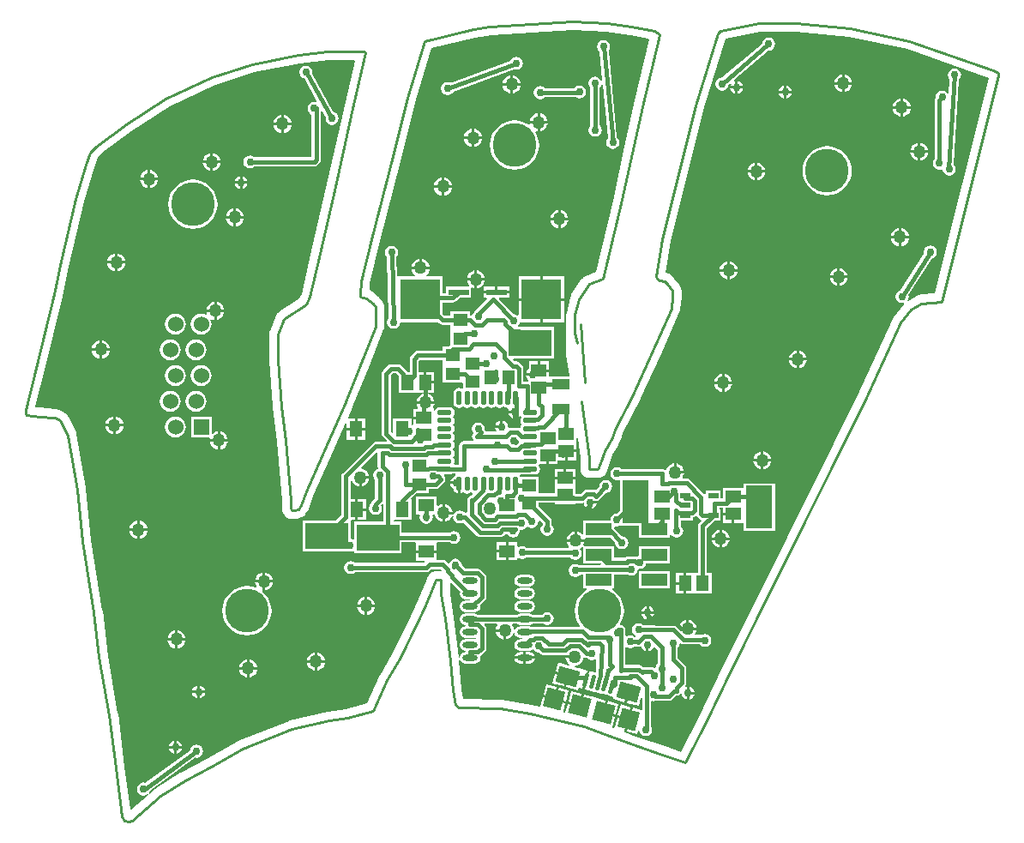
<source format=gbl>
G04*
G04 #@! TF.GenerationSoftware,Altium Limited,Altium Designer,18.0.9 (584)*
G04*
G04 Layer_Physical_Order=2*
G04 Layer_Color=16711680*
%FSLAX25Y25*%
%MOIN*%
G70*
G01*
G75*
%ADD10C,0.01000*%
%ADD27R,0.05118X0.05906*%
%ADD28R,0.05906X0.05118*%
%ADD74C,0.01500*%
%ADD76R,0.06000X0.06000*%
%ADD77C,0.06000*%
%ADD78C,0.03000*%
%ADD79C,0.05000*%
%ADD80R,0.07087X0.03937*%
%ADD81R,0.06102X0.05118*%
%ADD82R,0.05118X0.06102*%
%ADD83R,0.03937X0.02362*%
%ADD84R,0.16535X0.10236*%
%ADD85R,0.10236X0.16535*%
%ADD86R,0.09843X0.04724*%
%ADD87R,0.05512X0.04724*%
%ADD88R,0.04724X0.05512*%
%ADD89R,0.15748X0.15748*%
G04:AMPARAMS|DCode=90|XSize=15.75mil|YSize=53.15mil|CornerRadius=0mil|HoleSize=0mil|Usage=FLASHONLY|Rotation=165.000|XOffset=0mil|YOffset=0mil|HoleType=Round|Shape=Rectangle|*
%AMROTATEDRECTD90*
4,1,4,0.01448,0.02363,0.00073,-0.02771,-0.01448,-0.02363,-0.00073,0.02771,0.01448,0.02363,0.0*
%
%ADD90ROTATEDRECTD90*%

G04:AMPARAMS|DCode=91|XSize=82.68mil|YSize=62.99mil|CornerRadius=0mil|HoleSize=0mil|Usage=FLASHONLY|Rotation=165.000|XOffset=0mil|YOffset=0mil|HoleType=Round|Shape=Rectangle|*
%AMROTATEDRECTD91*
4,1,4,0.04808,0.01972,0.03178,-0.04112,-0.04808,-0.01972,-0.03178,0.04112,0.04808,0.01972,0.0*
%
%ADD91ROTATEDRECTD91*%

G04:AMPARAMS|DCode=92|XSize=70.87mil|YSize=74.8mil|CornerRadius=0mil|HoleSize=0mil|Usage=FLASHONLY|Rotation=165.000|XOffset=0mil|YOffset=0mil|HoleType=Round|Shape=Rectangle|*
%AMROTATEDRECTD92*
4,1,4,0.04391,0.02696,0.02455,-0.04530,-0.04391,-0.02696,-0.02455,0.04530,0.04391,0.02696,0.0*
%
%ADD92ROTATEDRECTD92*%

%ADD93P,0.10579X4X210.0*%
%ADD94R,0.07874X0.02362*%
%ADD95O,0.05906X0.02362*%
%ADD96O,0.05709X0.02165*%
%ADD97O,0.02165X0.05709*%
%ADD98C,0.17000*%
G36*
X364644Y335881D02*
X364644D01*
Y335519D01*
X364644D01*
Y328795D01*
X372156D01*
X372544Y328525D01*
Y326466D01*
X372044Y326199D01*
X371755Y326392D01*
X370942Y326553D01*
X370130Y326392D01*
X369441Y325931D01*
X368981Y325242D01*
X368819Y324430D01*
Y320887D01*
X368981Y320074D01*
X369441Y319385D01*
X370130Y318925D01*
X370942Y318763D01*
X371755Y318925D01*
X372444Y319385D01*
X372591D01*
X373280Y318925D01*
X374092Y318763D01*
X374905Y318925D01*
X375594Y319385D01*
X375740D01*
X376429Y318925D01*
X377242Y318763D01*
X378054Y318925D01*
X378743Y319385D01*
X378890D01*
X379579Y318925D01*
X380391Y318763D01*
X381204Y318925D01*
X381893Y319385D01*
X382039D01*
X382728Y318925D01*
X383541Y318763D01*
X384354Y318925D01*
X385043Y319385D01*
X385189D01*
X385878Y318925D01*
X386690Y318763D01*
X387503Y318925D01*
X388192Y319385D01*
X388339D01*
X389028Y318925D01*
X389840Y318763D01*
X389927Y318780D01*
X390205Y318365D01*
X390145Y318275D01*
X390051Y317800D01*
X392500D01*
Y317300D01*
X393000D01*
Y314850D01*
X393476Y314945D01*
X394302Y315498D01*
X394530Y315839D01*
X395008D01*
X395257Y315392D01*
X395117Y315086D01*
X394866Y314711D01*
X394705Y313898D01*
X394866Y313086D01*
X395327Y312397D01*
Y312250D01*
X394866Y311561D01*
X394787Y311160D01*
X394231Y310930D01*
X394129Y310999D01*
X393446Y311134D01*
X390754D01*
X390371Y311058D01*
X389943Y311468D01*
X389949Y311500D01*
X389755Y312475D01*
X389202Y313302D01*
X388375Y313855D01*
X387900Y313949D01*
Y311500D01*
X387400D01*
Y311000D01*
X384950D01*
X385045Y310525D01*
X385373Y310034D01*
X385105Y309534D01*
X381168D01*
X381048Y310133D01*
X380894Y310363D01*
X380949Y310637D01*
X380755Y311613D01*
X380202Y312440D01*
X379376Y312993D01*
X378400Y313187D01*
X377425Y312993D01*
X376598Y312440D01*
X376045Y311613D01*
X375851Y310637D01*
X376045Y309662D01*
X376463Y309036D01*
X376438Y309012D01*
X376051Y308433D01*
X375916Y307750D01*
X376051Y307067D01*
X376438Y306488D01*
X376594Y306384D01*
X376442Y305884D01*
X372800D01*
X372117Y305749D01*
X371538Y305362D01*
X371151Y304783D01*
X371016Y304100D01*
Y296784D01*
X369226D01*
X368991Y297225D01*
X369066Y297338D01*
X369227Y298150D01*
X369066Y298963D01*
X368815Y299338D01*
X368639Y299725D01*
X368815Y300113D01*
X369066Y300487D01*
X369227Y301300D01*
X369066Y302113D01*
X368605Y302801D01*
Y302948D01*
X369066Y303637D01*
X369227Y304450D01*
X369066Y305262D01*
X368815Y305637D01*
X368639Y306024D01*
X368815Y306412D01*
X369066Y306787D01*
X369227Y307599D01*
X369066Y308412D01*
X368605Y309101D01*
Y309247D01*
X369066Y309936D01*
X369227Y310749D01*
X369066Y311561D01*
X368605Y312250D01*
Y312397D01*
X369066Y313086D01*
X369227Y313898D01*
X369066Y314711D01*
X368815Y315086D01*
X368639Y315473D01*
X368815Y315861D01*
X369066Y316235D01*
X369227Y317048D01*
X369066Y317861D01*
X368605Y318549D01*
X367917Y319010D01*
X367104Y319172D01*
X363561D01*
X362748Y319010D01*
X362059Y318549D01*
X361599Y317861D01*
X361553Y317629D01*
X361053Y317678D01*
Y318506D01*
X361041D01*
X360820Y318954D01*
X360964Y319142D01*
X361317Y319993D01*
X361371Y320407D01*
X354443D01*
X354497Y319993D01*
X354850Y319142D01*
X354994Y318954D01*
X354773Y318506D01*
X353147D01*
Y315446D01*
X357100D01*
Y314446D01*
X353147D01*
Y312472D01*
X352647Y312185D01*
X352459Y312294D01*
Y314601D01*
X345341D01*
Y309342D01*
X344879Y309150D01*
X344434Y309595D01*
Y331407D01*
X345293Y332266D01*
X346507D01*
X347366Y331407D01*
Y329496D01*
X347448Y329082D01*
Y324847D01*
X357191D01*
X357224Y324347D01*
X356993Y324317D01*
X356142Y323964D01*
X355411Y323403D01*
X354850Y322672D01*
X354497Y321821D01*
X354443Y321407D01*
X361371D01*
X361317Y321821D01*
X360964Y322672D01*
X360403Y323403D01*
X359672Y323964D01*
X358821Y324317D01*
X358590Y324347D01*
X358623Y324847D01*
X361259D01*
Y328300D01*
X357700D01*
Y328800D01*
X357200D01*
Y332753D01*
X355275D01*
Y337117D01*
X355617Y337459D01*
X364644D01*
Y335881D01*
D02*
G37*
G36*
X428172Y465119D02*
X437457Y463653D01*
X444626Y462458D01*
X444902Y462041D01*
X439202Y438291D01*
X439199Y438263D01*
X439189Y438236D01*
X435189Y420236D01*
X435188Y420223D01*
X435184Y420211D01*
X430692Y399247D01*
X424123Y371562D01*
X420341Y370187D01*
X420175Y370100D01*
X419997Y370040D01*
X419784Y369897D01*
X419556Y369778D01*
X419417Y369652D01*
X419261Y369547D01*
X419092Y369354D01*
X418903Y369181D01*
X418802Y369022D01*
X418678Y368881D01*
X414678Y362881D01*
X414617Y362757D01*
X414535Y362646D01*
X414423Y362361D01*
X414288Y362087D01*
X414261Y361951D01*
X414210Y361823D01*
X412710Y355822D01*
X412663Y355411D01*
X412609Y355000D01*
Y339833D01*
X412639Y339605D01*
X412640Y339375D01*
X413729Y331388D01*
X413400Y331011D01*
X405957D01*
X405953Y331509D01*
Y332846D01*
X402000D01*
Y333346D01*
X401500D01*
Y336906D01*
X398047D01*
Y333903D01*
X397598Y333602D01*
X397045Y332775D01*
X396951Y332300D01*
X399400D01*
Y331300D01*
X396951D01*
X397045Y330824D01*
X397598Y329998D01*
X397972Y329747D01*
X397985Y329309D01*
X397596Y328983D01*
X397397Y329023D01*
X395940D01*
Y334139D01*
X395940Y334139D01*
X395804Y334822D01*
X395417Y335401D01*
X394451Y336368D01*
X393872Y336754D01*
X393189Y336890D01*
X392514D01*
X391884Y337520D01*
X392075Y337982D01*
X407768D01*
Y350218D01*
X394634D01*
X394050Y350334D01*
X393931D01*
X393780Y350834D01*
X394011Y350989D01*
X394564Y351816D01*
X394625Y352126D01*
X402500D01*
Y360500D01*
X394126D01*
Y355118D01*
X393626Y354851D01*
X393184Y355146D01*
X392209Y355340D01*
X392187Y355336D01*
X386366Y361157D01*
X386558Y361619D01*
X390401D01*
Y363300D01*
X385464D01*
X380527D01*
Y361619D01*
X381505D01*
X381696Y361157D01*
X377244Y356705D01*
X376959Y356279D01*
X376703Y356108D01*
X376151Y355281D01*
X376019Y354619D01*
X375954Y354592D01*
X375272Y354728D01*
X375156D01*
Y356306D01*
X367644D01*
Y354728D01*
X365152D01*
X364630Y355249D01*
Y359816D01*
X368500D01*
X369183Y359951D01*
X369762Y360338D01*
X371042Y361619D01*
X375637D01*
Y365242D01*
X376137Y365576D01*
X376586Y365390D01*
X377000Y365336D01*
Y368300D01*
X374036D01*
X374090Y367886D01*
X374443Y367035D01*
X374868Y366481D01*
X374639Y365981D01*
X365763D01*
Y363384D01*
X364630D01*
Y369874D01*
X358236D01*
X358066Y370374D01*
X358496Y370704D01*
X359057Y371435D01*
X359410Y372286D01*
X359464Y372700D01*
X352536D01*
X352590Y372286D01*
X352943Y371435D01*
X353504Y370704D01*
X353934Y370374D01*
X353764Y369874D01*
X346882D01*
Y369874D01*
X346760Y369872D01*
X346537Y377449D01*
X347055Y378224D01*
X347249Y379200D01*
X347055Y380175D01*
X346502Y381002D01*
X345675Y381555D01*
X344700Y381749D01*
X343724Y381555D01*
X342898Y381002D01*
X342345Y380175D01*
X342151Y379200D01*
X342345Y378224D01*
X342898Y377398D01*
X342970Y377349D01*
X343663Y353851D01*
X343145Y353076D01*
X342951Y352100D01*
X343145Y351125D01*
X343698Y350298D01*
X344525Y349745D01*
X345500Y349551D01*
X346476Y349745D01*
X347302Y350298D01*
X347855Y351125D01*
X348049Y352100D01*
X348070Y352126D01*
X362707D01*
X363151Y351682D01*
X363730Y351295D01*
X364413Y351159D01*
X367644D01*
Y349581D01*
X367644Y349581D01*
Y349219D01*
X367644D01*
X367644Y349081D01*
Y343444D01*
X367138Y343106D01*
X366804Y342605D01*
X364644D01*
Y341028D01*
X354878D01*
X354878Y341028D01*
X354195Y340892D01*
X353616Y340505D01*
X353616Y340505D01*
X352229Y339118D01*
X351842Y338539D01*
X351707Y337856D01*
Y332753D01*
X350814D01*
X350799Y332829D01*
X350412Y333408D01*
X350412Y333408D01*
X348508Y335312D01*
X347929Y335699D01*
X347246Y335834D01*
X344554D01*
X343871Y335699D01*
X343292Y335312D01*
X343292Y335312D01*
X341388Y333408D01*
X341002Y332829D01*
X340866Y332146D01*
Y308856D01*
X341002Y308173D01*
X341388Y307594D01*
X342861Y306122D01*
X342669Y305660D01*
X338643D01*
X337960Y305524D01*
X337381Y305137D01*
X325713Y293469D01*
X325326Y292890D01*
X325190Y292207D01*
Y277214D01*
X323095Y275118D01*
X310232D01*
Y262882D01*
X328768D01*
Y262984D01*
X329608Y263151D01*
X329691Y263207D01*
X330132Y262971D01*
Y262382D01*
X348668D01*
Y266716D01*
X353855D01*
X354249Y266459D01*
Y263400D01*
X362351D01*
Y266459D01*
X362745Y266716D01*
X367185D01*
X367198Y266698D01*
X368024Y266145D01*
X369000Y265951D01*
X369975Y266145D01*
X370802Y266698D01*
X371355Y267525D01*
X371549Y268500D01*
X371355Y269476D01*
X370802Y270302D01*
X369975Y270855D01*
X369000Y271049D01*
X368024Y270855D01*
X367198Y270302D01*
X367185Y270284D01*
X348668D01*
Y274618D01*
X345610D01*
X345560Y274699D01*
X345838Y275199D01*
X352459D01*
Y283302D01*
X352459D01*
X352345Y283578D01*
X354561Y285794D01*
X359156D01*
Y287372D01*
X361857D01*
X362540Y287508D01*
X363118Y287895D01*
X365140Y289917D01*
X365140Y289917D01*
X365527Y290495D01*
X365663Y291178D01*
X365527Y291861D01*
X365182Y292377D01*
X365309Y292849D01*
X365321Y292877D01*
X367104D01*
X367917Y293039D01*
X368181Y293216D01*
X369367D01*
X369519Y292716D01*
X369441Y292664D01*
X369036Y292057D01*
X369024Y292055D01*
X368198Y291502D01*
X367645Y290675D01*
X367550Y290200D01*
X370000D01*
Y289200D01*
X367550D01*
X367645Y288724D01*
X368198Y287898D01*
X368850Y287461D01*
X368981Y286806D01*
X369441Y286117D01*
X370130Y285657D01*
X370443Y285595D01*
Y289391D01*
X371443D01*
Y285595D01*
X371755Y285657D01*
X372444Y286117D01*
X372591D01*
X373280Y285657D01*
X374092Y285495D01*
X374905Y285657D01*
X375594Y286117D01*
X375740D01*
X376161Y285836D01*
X376254Y285221D01*
X375689Y284657D01*
X375167Y284553D01*
X374588Y284166D01*
X374201Y283587D01*
X374066Y282904D01*
Y278527D01*
X373566Y278195D01*
X373118Y278284D01*
X373014D01*
X373002Y278302D01*
X372176Y278855D01*
X371200Y279049D01*
X370224Y278855D01*
X369398Y278302D01*
X368845Y277476D01*
X368759Y277500D01*
X365400D01*
Y274536D01*
X365814Y274590D01*
X366665Y274943D01*
X367396Y275504D01*
X367957Y276235D01*
X368210Y276845D01*
X368690Y276699D01*
X368651Y276500D01*
X368845Y275524D01*
X369398Y274698D01*
X370224Y274145D01*
X371200Y273951D01*
X372176Y274145D01*
X372640Y274455D01*
X377907Y269188D01*
X378486Y268801D01*
X379169Y268666D01*
X386831D01*
X387514Y268801D01*
X388093Y269188D01*
X388712Y269807D01*
X389723D01*
X390198Y269098D01*
X391024Y268545D01*
X392000Y268351D01*
X392975Y268545D01*
X393802Y269098D01*
X394355Y269924D01*
X394506Y270682D01*
X394657Y270908D01*
X394785Y271553D01*
X395300Y271451D01*
X396275Y271645D01*
X397102Y272198D01*
X397548Y272864D01*
X398324Y272345D01*
X399300Y272151D01*
X400276Y272345D01*
X401102Y272898D01*
X401655Y273725D01*
X401849Y274700D01*
X401830Y274796D01*
X402291Y275043D01*
X403416Y273918D01*
Y273414D01*
X403398Y273402D01*
X402845Y272575D01*
X402651Y271600D01*
X402845Y270624D01*
X403398Y269798D01*
X404224Y269245D01*
X405200Y269051D01*
X406176Y269245D01*
X407002Y269798D01*
X407555Y270624D01*
X407749Y271600D01*
X407555Y272575D01*
X407002Y273402D01*
X406984Y273414D01*
Y274657D01*
X406984Y274657D01*
X406848Y275340D01*
X406462Y275918D01*
X401956Y280424D01*
Y282016D01*
X408194D01*
Y281364D01*
X416099D01*
Y281838D01*
X418931D01*
X419467Y281945D01*
X419633Y281108D01*
X420186Y280281D01*
X421013Y279729D01*
X421488Y279634D01*
Y282083D01*
X421988D01*
Y282583D01*
X424438D01*
X424406Y282744D01*
X424867Y282835D01*
X425446Y283222D01*
X425446Y283222D01*
X427979Y285755D01*
X428000Y285751D01*
X428975Y285945D01*
X429802Y286498D01*
X430355Y287325D01*
X430549Y288300D01*
X430355Y289276D01*
X429802Y290102D01*
X428975Y290655D01*
X428000Y290849D01*
X427025Y290655D01*
X426198Y290102D01*
X425645Y289276D01*
X425451Y288300D01*
X425455Y288279D01*
X424102Y286925D01*
X424017Y286982D01*
X423334Y287118D01*
X420642D01*
X420642Y287118D01*
X419959Y286982D01*
X419380Y286595D01*
X419380Y286595D01*
X418192Y285407D01*
X416102D01*
X416099Y285409D01*
Y288057D01*
Y291116D01*
X412147D01*
X408194D01*
Y288057D01*
Y285584D01*
X401956D01*
Y292106D01*
X394864D01*
X394592Y292513D01*
X394799Y293013D01*
X396145D01*
X396828Y292877D01*
X400372D01*
X401184Y293039D01*
X401873Y293499D01*
X402333Y294188D01*
X402495Y295001D01*
X402333Y295813D01*
X401873Y296502D01*
Y296542D01*
X402251Y296941D01*
X404900D01*
Y300500D01*
X405900D01*
Y296941D01*
X409353D01*
Y298495D01*
X412100D01*
Y302054D01*
X412600D01*
Y302554D01*
X416553D01*
Y305187D01*
Y306989D01*
X417052Y307023D01*
X418109Y299270D01*
Y295000D01*
X418224Y294122D01*
X418563Y293304D01*
X419102Y292602D01*
X419804Y292063D01*
X420622Y291724D01*
X421500Y291609D01*
X425000D01*
X425241Y291640D01*
X425484Y291643D01*
X425678Y291698D01*
X425878Y291724D01*
X426102Y291817D01*
X426336Y291883D01*
X426509Y291986D01*
X426696Y292063D01*
X426888Y292211D01*
X427097Y292335D01*
X427238Y292479D01*
X427398Y292602D01*
X427546Y292795D01*
X427715Y292969D01*
X427814Y293144D01*
X427937Y293304D01*
X428030Y293529D01*
X428149Y293741D01*
X429149Y296240D01*
X429173Y296338D01*
X429217Y296428D01*
X430599Y300574D01*
X431908Y302755D01*
X431960Y302875D01*
X432033Y302983D01*
X433533Y305983D01*
X433612Y306211D01*
X433717Y306428D01*
X434633Y309175D01*
X441511Y322439D01*
X441541Y322522D01*
X441587Y322597D01*
X449087Y339097D01*
X449093Y339115D01*
X449103Y339131D01*
X456603Y356131D01*
X456623Y356202D01*
X456659Y356266D01*
X456747Y356626D01*
X456851Y356981D01*
X456853Y357054D01*
X456871Y357125D01*
X457371Y361626D01*
X457367Y361813D01*
X457391Y362000D01*
Y364500D01*
X457358Y364754D01*
X457352Y365011D01*
X457300Y365191D01*
X457276Y365378D01*
X457177Y365615D01*
X457106Y365861D01*
X457009Y366022D01*
X456937Y366196D01*
X456781Y366399D01*
X456648Y366618D01*
X454648Y369118D01*
X454513Y369249D01*
X454398Y369398D01*
X453398Y370398D01*
X453375Y370415D01*
X453357Y370438D01*
X453024Y370685D01*
X452696Y370937D01*
X452669Y370948D01*
X452646Y370965D01*
X452260Y371117D01*
X451878Y371276D01*
X451849Y371279D01*
X451823Y371290D01*
X451191Y371448D01*
X453321Y383800D01*
X466269Y435596D01*
X474414Y462424D01*
X487836Y465109D01*
X501839D01*
X522477Y463143D01*
X545071Y458232D01*
X576759Y447019D01*
X555812Y363230D01*
X550288Y362885D01*
X549899Y362808D01*
X549508Y362743D01*
X549466Y362723D01*
X549420Y362715D01*
X549064Y362540D01*
X548703Y362376D01*
X545681Y360487D01*
X545325Y360854D01*
X545525Y361154D01*
X545719Y362130D01*
X545616Y362649D01*
X554737Y376978D01*
X555076Y377045D01*
X555902Y377598D01*
X556455Y378425D01*
X556649Y379400D01*
X556455Y380376D01*
X555902Y381202D01*
X555076Y381755D01*
X554100Y381949D01*
X553125Y381755D01*
X552298Y381202D01*
X551745Y380376D01*
X551551Y379400D01*
X551670Y378804D01*
X542606Y364566D01*
X542195Y364485D01*
X541368Y363932D01*
X540815Y363105D01*
X540621Y362130D01*
X540815Y361154D01*
X541368Y360327D01*
X542195Y359775D01*
X543170Y359581D01*
X543694Y359685D01*
X543841Y359517D01*
X543959Y359228D01*
X543945Y359208D01*
X543852Y359119D01*
X539852Y354118D01*
X539638Y353765D01*
X539418Y353415D01*
X525440Y322962D01*
X489463Y250508D01*
X489461Y250503D01*
X489458Y250498D01*
X472958Y216998D01*
X472955Y216989D01*
X472950Y216982D01*
X464458Y199499D01*
X457282Y185147D01*
X451094Y187210D01*
X439637Y191195D01*
X434917Y192912D01*
X435067Y193389D01*
X435201Y193353D01*
X436298Y197449D01*
X432392Y198495D01*
X431383Y194729D01*
X430829Y194398D01*
X430778Y194417D01*
X430375Y194646D01*
X430375D01*
Y194646D01*
X431472Y198742D01*
X426894Y199969D01*
X427023Y200452D01*
X426540Y200581D01*
X427767Y205160D01*
X423701Y206249D01*
Y206249D01*
X419606Y207346D01*
X418379Y202768D01*
X417896Y202897D01*
X417767Y202414D01*
X413188Y203641D01*
X412268Y200208D01*
X411690Y200346D01*
X411434Y200775D01*
X412268Y203888D01*
X407879Y205064D01*
X403491Y206239D01*
X402498Y202534D01*
X399286Y203299D01*
X399181Y203310D01*
X399081Y203341D01*
X387581Y205341D01*
X387342Y205351D01*
X387106Y205390D01*
X372520Y205845D01*
X371865Y209451D01*
X370879Y220794D01*
X370903Y220853D01*
X371284Y220850D01*
X371432Y220822D01*
X371896Y220128D01*
X372618Y219645D01*
X373468Y219476D01*
X377012D01*
X377863Y219645D01*
X378584Y220128D01*
X379066Y220849D01*
X379236Y221700D01*
X379101Y222377D01*
X379446Y222607D01*
X381105Y224266D01*
X381491Y224845D01*
X381627Y225527D01*
Y232873D01*
X381491Y233556D01*
X381105Y234134D01*
X380785Y234454D01*
X380977Y234916D01*
X385665D01*
X385912Y234416D01*
X385643Y234065D01*
X385290Y233214D01*
X385236Y232800D01*
X388700D01*
Y232300D01*
X389200D01*
Y228836D01*
X389614Y228890D01*
X390465Y229243D01*
X391196Y229804D01*
X391757Y230535D01*
X392074Y231300D01*
X392358Y231335D01*
X392586Y231288D01*
X392674Y230849D01*
X393156Y230128D01*
X393877Y229645D01*
X394728Y229476D01*
X395555D01*
X395822Y228976D01*
X395787Y228924D01*
X394728D01*
X393877Y228755D01*
X393156Y228273D01*
X392674Y227551D01*
X392505Y226700D01*
X392674Y225849D01*
X393156Y225128D01*
X393877Y224645D01*
X394728Y224476D01*
X398272D01*
X399123Y224645D01*
X399737Y225056D01*
X400150Y224437D01*
X400977Y223884D01*
X401953Y223690D01*
X401974Y223695D01*
X402377Y223292D01*
X402377Y223292D01*
X402956Y222905D01*
X403639Y222769D01*
X411854D01*
X412012Y222600D01*
X415800D01*
Y221600D01*
X412336D01*
X412390Y221186D01*
X412743Y220335D01*
X413304Y219604D01*
X413842Y219191D01*
X413617Y218733D01*
X409384Y219867D01*
X408439Y216342D01*
X413398Y215014D01*
X413269Y214530D01*
X413752Y214401D01*
X412678Y210393D01*
X417154Y209194D01*
X417297Y209727D01*
X417892Y210015D01*
X418812Y209768D01*
X419759Y213301D01*
X420705Y216834D01*
X419785Y217081D01*
X419462Y217167D01*
X418979Y217297D01*
X416007Y218093D01*
X416041Y218601D01*
X416714Y218690D01*
X417565Y219043D01*
X418296Y219604D01*
X418857Y220335D01*
X419210Y221186D01*
X419268Y221630D01*
X419724Y221836D01*
X419850Y221751D01*
X420533Y221616D01*
X420585D01*
X420598Y221598D01*
X421424Y221045D01*
X422400Y220851D01*
X423376Y221045D01*
X423860Y221369D01*
X424346Y221093D01*
X424111Y216324D01*
X423707Y216030D01*
X422383Y216384D01*
X421934Y216505D01*
X421671Y216575D01*
X420724Y213042D01*
X419778Y209509D01*
X420571Y209297D01*
X421021Y209176D01*
X421471Y209056D01*
X423493Y208514D01*
Y208514D01*
X425515Y207972D01*
X425965Y207852D01*
X426415Y207731D01*
X428380Y207205D01*
Y207205D01*
X430909Y206527D01*
X430957Y206067D01*
X430814Y205533D01*
X435290Y204334D01*
X436364Y208342D01*
X437330Y208084D01*
X436256Y204075D01*
X440732Y202876D01*
X441620Y206191D01*
X442116Y206126D01*
Y201726D01*
X441719Y201421D01*
X438620Y202252D01*
X437393Y197673D01*
X436166Y193094D01*
X440072Y192048D01*
X440426Y193371D01*
X440940Y193354D01*
X441045Y192824D01*
X441598Y191998D01*
X442424Y191445D01*
X443400Y191251D01*
X444376Y191445D01*
X445202Y191998D01*
X445755Y192824D01*
X445949Y193800D01*
X445755Y194775D01*
X445684Y194881D01*
Y204622D01*
X446071Y204939D01*
X446625Y204829D01*
X447312Y204966D01*
X452450D01*
X453133Y205101D01*
X453712Y205488D01*
X455193Y206969D01*
X455546D01*
X456229Y207105D01*
X456808Y207492D01*
X456973Y207739D01*
X457504Y207634D01*
X457645Y206925D01*
X458198Y206098D01*
X459024Y205545D01*
X459500Y205451D01*
Y207900D01*
Y210349D01*
X459297Y210309D01*
X458800Y210623D01*
X458768Y210675D01*
X458762Y210742D01*
X459149Y211321D01*
X459284Y212004D01*
Y217585D01*
X459284Y217585D01*
X459149Y218268D01*
X458762Y218847D01*
X458762Y218847D01*
X455915Y221694D01*
Y225538D01*
X455933Y225550D01*
X456485Y226377D01*
X456609Y227000D01*
X457165Y227230D01*
X457357Y227101D01*
X458040Y226966D01*
X458040Y226966D01*
X464419D01*
X464598Y226698D01*
X465424Y226145D01*
X466400Y225951D01*
X467376Y226145D01*
X468202Y226698D01*
X468755Y227524D01*
X468949Y228500D01*
X468755Y229475D01*
X468202Y230302D01*
X467376Y230855D01*
X466400Y231049D01*
X465424Y230855D01*
X464945Y230534D01*
X462885D01*
X462664Y230983D01*
X462857Y231235D01*
X463210Y232086D01*
X463264Y232500D01*
X459800D01*
Y233000D01*
X459300D01*
Y236464D01*
X458886Y236410D01*
X458035Y236057D01*
X457304Y235496D01*
X456743Y234765D01*
X456390Y233914D01*
X456349Y233598D01*
X455875Y233438D01*
X455459Y233854D01*
X454880Y234241D01*
X454197Y234377D01*
X442520D01*
X442502Y234402D01*
X441676Y234955D01*
X440700Y235149D01*
X439724Y234955D01*
X438898Y234402D01*
X438345Y233576D01*
X438151Y232600D01*
X438345Y231625D01*
X438898Y230798D01*
X439444Y230433D01*
X439585Y229846D01*
X439202Y229702D01*
X438376Y230255D01*
X437400Y230449D01*
X436424Y230255D01*
X436034Y229994D01*
X435534Y230261D01*
Y232650D01*
X435534Y232650D01*
X435398Y233333D01*
X435012Y233912D01*
X434433Y234298D01*
X433835Y234417D01*
X433822Y234427D01*
X433638Y234696D01*
X433548Y234904D01*
X434319Y236347D01*
X434863Y238138D01*
X435046Y240000D01*
X434863Y241862D01*
X434319Y243653D01*
X433437Y245304D01*
X432250Y246750D01*
X430803Y247937D01*
X430480Y248110D01*
X430601Y248595D01*
X431194D01*
Y254185D01*
X436366D01*
X437024Y253745D01*
X438000Y253551D01*
X438975Y253745D01*
X439802Y254298D01*
X440355Y255124D01*
X440515Y255930D01*
X440985Y256274D01*
X441100Y256251D01*
X442075Y256445D01*
X442902Y256998D01*
X443455Y257824D01*
X443577Y258438D01*
X452848D01*
Y265162D01*
X441006D01*
Y261330D01*
X440125Y261155D01*
X439922Y261020D01*
X439346Y261134D01*
X436654D01*
X436654Y261134D01*
X435971Y260999D01*
X435392Y260612D01*
X435392Y260612D01*
X435365Y260584D01*
X431194D01*
Y265162D01*
X419717Y265162D01*
X419682D01*
D01*
X419601Y265162D01*
X419465Y265310D01*
X419455Y265330D01*
X419301Y265641D01*
X419610Y266386D01*
X419664Y266800D01*
X412736D01*
X412790Y266386D01*
X413143Y265535D01*
X413642Y264884D01*
X413507Y264384D01*
X397215D01*
X397202Y264402D01*
X396375Y264955D01*
X395400Y265149D01*
X394425Y264955D01*
X394091Y264732D01*
X393650Y264968D01*
Y266742D01*
X390099D01*
Y263183D01*
Y259624D01*
X393650D01*
Y260232D01*
X394091Y260468D01*
X394425Y260245D01*
X395400Y260051D01*
X396375Y260245D01*
X397202Y260798D01*
X397215Y260816D01*
X414085D01*
X414298Y260498D01*
X415125Y259945D01*
X416100Y259751D01*
X417075Y259945D01*
X417902Y260498D01*
X418455Y261325D01*
X418649Y262300D01*
X418455Y263276D01*
X418126Y263768D01*
X417984Y264188D01*
X418229Y264445D01*
X418696Y264804D01*
X418852Y265007D01*
X419352Y264837D01*
X419352Y264769D01*
X419352Y264769D01*
X419352Y264766D01*
Y258438D01*
X425903D01*
X426042Y258254D01*
X425793Y257754D01*
X417376D01*
X417075Y257955D01*
X416100Y258149D01*
X415125Y257955D01*
X414298Y257402D01*
X413745Y256575D01*
X413551Y255600D01*
X413745Y254625D01*
X414298Y253798D01*
X415125Y253245D01*
X416100Y253051D01*
X417075Y253245D01*
X417902Y253798D01*
X418161Y254185D01*
X419352D01*
Y248595D01*
X420399D01*
X420520Y248110D01*
X420196Y247937D01*
X418750Y246750D01*
X417563Y245304D01*
X416681Y243653D01*
X416137Y241862D01*
X415954Y240000D01*
X416137Y238138D01*
X416681Y236347D01*
X417563Y234697D01*
X417949Y234226D01*
X417735Y233774D01*
X399027D01*
X398272Y233924D01*
X394728D01*
X393877Y233755D01*
X393156Y233273D01*
X392697Y232586D01*
X392568Y232572D01*
X392184Y232650D01*
X392110Y233214D01*
X391757Y234065D01*
X391488Y234416D01*
X391735Y234916D01*
X393473D01*
X393877Y234645D01*
X394728Y234476D01*
X398272D01*
X399123Y234645D01*
X399527Y234916D01*
X403670D01*
X404224Y234545D01*
X405200Y234351D01*
X406176Y234545D01*
X407002Y235098D01*
X407555Y235925D01*
X407749Y236900D01*
X407555Y237876D01*
X407002Y238702D01*
X406176Y239255D01*
X405200Y239449D01*
X404224Y239255D01*
X403398Y238702D01*
X403252Y238484D01*
X399527D01*
X399123Y238755D01*
X398272Y238924D01*
X394728D01*
X393877Y238755D01*
X393473Y238484D01*
X378267D01*
X377863Y238755D01*
X377012Y238924D01*
X373468D01*
X372618Y238755D01*
X371896Y238273D01*
X371414Y237551D01*
X371245Y236700D01*
X371414Y235849D01*
X371896Y235127D01*
X372618Y234645D01*
X373426Y234485D01*
X373449Y234399D01*
X373099Y233850D01*
X372618Y233755D01*
X371896Y233273D01*
X371414Y232551D01*
X371245Y231700D01*
X371414Y230849D01*
X371896Y230128D01*
X372618Y229645D01*
X373468Y229476D01*
X377012D01*
X377163Y229506D01*
X377538Y229200D01*
X377163Y228894D01*
X377012Y228924D01*
X373468D01*
X372618Y228755D01*
X371896Y228273D01*
X371414Y227551D01*
X371245Y226700D01*
X371414Y225849D01*
X371896Y225128D01*
X372618Y224645D01*
X373468Y224476D01*
X373477Y223976D01*
X373467Y223923D01*
X372618Y223755D01*
X371896Y223272D01*
X371414Y222551D01*
X371263Y221792D01*
X370757Y221812D01*
X368867Y237408D01*
X368851Y237468D01*
X368850Y237529D01*
X367391Y246766D01*
Y250597D01*
X367853Y250788D01*
X371360Y247281D01*
X371245Y246700D01*
X371414Y245849D01*
X371896Y245128D01*
X372618Y244645D01*
X373468Y244476D01*
X375070D01*
X375338Y243976D01*
X375303Y243924D01*
X373468D01*
X372618Y243755D01*
X371896Y243272D01*
X371414Y242551D01*
X371245Y241700D01*
X371414Y240849D01*
X371896Y240127D01*
X372618Y239645D01*
X373468Y239476D01*
X377012D01*
X377863Y239645D01*
X378584Y240127D01*
X379066Y240849D01*
X379236Y241700D01*
X379120Y242281D01*
X381105Y244266D01*
X381105Y244266D01*
X381491Y244845D01*
X381627Y245527D01*
X381627Y245527D01*
Y252873D01*
X381491Y253555D01*
X381105Y254134D01*
X379446Y255793D01*
X378867Y256180D01*
X378185Y256315D01*
X373408D01*
X372045Y257679D01*
X372049Y257700D01*
X371855Y258676D01*
X371302Y259502D01*
X370476Y260055D01*
X369500Y260249D01*
X368525Y260055D01*
X367698Y259502D01*
X367145Y258676D01*
X367109Y258497D01*
X366631Y258352D01*
X365739Y259243D01*
X365160Y259630D01*
X364478Y259766D01*
X362351D01*
Y262400D01*
X354249D01*
Y259341D01*
X357444D01*
X357666Y258847D01*
X357462Y258584D01*
X330715D01*
X330702Y258602D01*
X329875Y259155D01*
X328900Y259349D01*
X327924Y259155D01*
X327098Y258602D01*
X326545Y257775D01*
X326351Y256800D01*
X326545Y255824D01*
X327098Y254998D01*
X327924Y254445D01*
X328900Y254251D01*
X329875Y254445D01*
X330702Y254998D01*
X330715Y255016D01*
X358341D01*
X359024Y255152D01*
X359602Y255538D01*
X360261Y256197D01*
X363739D01*
X364076Y255860D01*
X363838Y255391D01*
X362000D01*
X361759Y255360D01*
X361516Y255357D01*
X361322Y255302D01*
X361122Y255276D01*
X360898Y255183D01*
X360664Y255117D01*
X360491Y255014D01*
X360304Y254937D01*
X360112Y254789D01*
X359903Y254665D01*
X359762Y254521D01*
X359602Y254398D01*
X359454Y254205D01*
X359285Y254031D01*
X359186Y253856D01*
X359063Y253696D01*
X358970Y253471D01*
X358851Y253259D01*
X357871Y250810D01*
X354407Y242890D01*
X351433Y236447D01*
X345006Y223098D01*
X340077Y214719D01*
X340009Y214560D01*
X339917Y214413D01*
X335096Y203895D01*
X326847Y201832D01*
X320020Y200857D01*
X319865Y200814D01*
X319704Y200797D01*
X305204Y197297D01*
X304984Y197212D01*
X304755Y197154D01*
X285755Y189654D01*
X285555Y189543D01*
X285343Y189459D01*
X272854Y182465D01*
X262866Y176971D01*
X262783Y176910D01*
X262689Y176867D01*
X253189Y170867D01*
X252995Y170705D01*
X252783Y170566D01*
X250673Y168744D01*
X250606Y168751D01*
X250404Y169076D01*
X250359Y169281D01*
X250655Y169725D01*
X250695Y169924D01*
X268532Y182924D01*
X268900Y182851D01*
X269876Y183045D01*
X270702Y183598D01*
X271255Y184424D01*
X271449Y185400D01*
X271255Y186375D01*
X270702Y187202D01*
X269876Y187755D01*
X268900Y187949D01*
X267924Y187755D01*
X267098Y187202D01*
X266545Y186375D01*
X266432Y185810D01*
X249005Y173109D01*
X248300Y173249D01*
X247324Y173055D01*
X246498Y172502D01*
X245945Y171676D01*
X245751Y170700D01*
X245945Y169725D01*
X246498Y168898D01*
X247324Y168345D01*
X248300Y168151D01*
X249275Y168345D01*
X249737Y168653D01*
X250090Y168770D01*
X250180Y168652D01*
X250189Y168326D01*
X243526Y162572D01*
X243059Y162749D01*
X240864Y179427D01*
X238366Y199910D01*
X238343Y200001D01*
X238339Y200094D01*
X234357Y222490D01*
X232369Y239885D01*
X232349Y239965D01*
X232347Y240048D01*
X227864Y267443D01*
X225874Y287337D01*
X225849Y287446D01*
X225845Y287558D01*
X222345Y308558D01*
X222327Y308617D01*
X222322Y308680D01*
X222198Y309040D01*
X222087Y309404D01*
X222054Y309457D01*
X222033Y309517D01*
X219033Y315517D01*
X218919Y315685D01*
X218830Y315868D01*
X218672Y316050D01*
X218537Y316250D01*
X218383Y316383D01*
X218250Y316537D01*
X218050Y316672D01*
X217868Y316830D01*
X217685Y316919D01*
X217517Y317033D01*
X215517Y318033D01*
X215326Y318099D01*
X215147Y318192D01*
X214909Y318243D01*
X214680Y318322D01*
X214479Y318337D01*
X214282Y318379D01*
X208309Y318877D01*
X206631Y319045D01*
X206342Y319453D01*
X209794Y333696D01*
X216793Y362191D01*
X216796Y362215D01*
X216804Y362237D01*
X218304Y368737D01*
X218309Y368787D01*
X218325Y368835D01*
X219314Y373779D01*
X225279Y399129D01*
X229235Y412482D01*
X230464Y416168D01*
X232219Y417923D01*
X243429Y426209D01*
X258650Y436029D01*
X276250Y444340D01*
X291347Y449210D01*
X309043Y452651D01*
X320220Y454109D01*
X330142D01*
X330452Y453717D01*
X325697Y433268D01*
X325696Y433254D01*
X325691Y433242D01*
X319193Y404251D01*
X313196Y378263D01*
X313195Y378255D01*
X313192Y378247D01*
X309783Y363148D01*
X308881Y361344D01*
X301158Y356347D01*
X301056Y356261D01*
X300941Y356195D01*
X300721Y355975D01*
X300484Y355773D01*
X300408Y355664D01*
X300314Y355570D01*
X300158Y355301D01*
X299981Y355045D01*
X299936Y354919D01*
X299870Y354804D01*
X297370Y348804D01*
X297311Y348586D01*
X297224Y348378D01*
X297196Y348161D01*
X297139Y347950D01*
X297138Y347724D01*
X297109Y347500D01*
Y337500D01*
X297127Y337360D01*
X297120Y337218D01*
X298621Y319218D01*
X298630Y319173D01*
X298629Y319126D01*
X300125Y305666D01*
X302109Y282853D01*
Y280000D01*
X302153Y279661D01*
X302178Y279320D01*
X302211Y279224D01*
X302224Y279122D01*
X302355Y278806D01*
X302467Y278483D01*
X302967Y277483D01*
X303024Y277399D01*
X303063Y277304D01*
X303271Y277033D01*
X303463Y276750D01*
X303540Y276683D01*
X303602Y276602D01*
X303873Y276394D01*
X304132Y276170D01*
X304223Y276125D01*
X304304Y276063D01*
X304620Y275932D01*
X304928Y275783D01*
X305028Y275764D01*
X305122Y275724D01*
X305461Y275680D01*
X305797Y275615D01*
X305899Y275622D01*
X306000Y275609D01*
X307000D01*
X307101Y275622D01*
X307203Y275615D01*
X307539Y275680D01*
X307878Y275724D01*
X307972Y275764D01*
X308072Y275783D01*
X309572Y276283D01*
X309782Y276385D01*
X310003Y276460D01*
X310178Y276578D01*
X310368Y276670D01*
X310545Y276823D01*
X310739Y276953D01*
X310878Y277112D01*
X311037Y277250D01*
X311168Y277443D01*
X311322Y277619D01*
X312322Y279119D01*
X312500Y279482D01*
X312687Y279841D01*
X314647Y285230D01*
X320599Y298623D01*
X320601Y298630D01*
X320605Y298637D01*
X326852Y312865D01*
X327341Y312762D01*
Y311050D01*
X330400D01*
Y314601D01*
X328071D01*
X327798Y315019D01*
X329605Y319137D01*
X329618Y319182D01*
X329642Y319224D01*
X336142Y335224D01*
X336147Y335243D01*
X336156Y335260D01*
X341656Y349260D01*
X341703Y349446D01*
X341776Y349622D01*
X341809Y349873D01*
X341870Y350119D01*
X341866Y350310D01*
X341891Y350500D01*
Y358000D01*
X341877Y358109D01*
X341884Y358218D01*
X341819Y358546D01*
X341776Y358878D01*
X341734Y358979D01*
X341712Y359087D01*
X341565Y359387D01*
X341437Y359696D01*
X341370Y359783D01*
X341322Y359881D01*
X340322Y361381D01*
X340270Y361440D01*
X340232Y361510D01*
X339979Y361773D01*
X339739Y362047D01*
X339673Y362091D01*
X339618Y362148D01*
X337119Y364148D01*
X336806Y364337D01*
X336503Y364540D01*
X336428Y364565D01*
X336361Y364606D01*
X336077Y364688D01*
X336351Y367429D01*
X340290Y383677D01*
X348284Y414653D01*
X348285Y414665D01*
X348290Y414677D01*
X354273Y438608D01*
X360195Y458653D01*
X377150Y462669D01*
X383364Y463625D01*
X415043Y465605D01*
X428172Y465119D01*
D02*
G37*
G36*
X339264Y301409D02*
X339340Y301342D01*
Y296172D01*
X339476Y295489D01*
X339500Y295454D01*
X339308Y294991D01*
X339124Y294955D01*
X338298Y294402D01*
X337745Y293576D01*
X337551Y292600D01*
X337745Y291624D01*
X338298Y290798D01*
X338316Y290786D01*
Y283739D01*
X337138Y282562D01*
X336752Y281983D01*
X336688Y281663D01*
X336598Y281602D01*
X336045Y280775D01*
X335851Y279800D01*
X336045Y278824D01*
X336598Y277998D01*
X337424Y277445D01*
X338400Y277251D01*
X339375Y277445D01*
X340202Y277998D01*
X340755Y278824D01*
X340949Y279800D01*
X340755Y280775D01*
X340612Y280989D01*
X341066Y281442D01*
X341566Y281235D01*
Y274618D01*
X330132D01*
Y268041D01*
X329691Y267805D01*
X329608Y267861D01*
X328768Y268028D01*
Y275118D01*
X329234Y275199D01*
X330683D01*
Y279250D01*
Y283302D01*
X328759D01*
Y290448D01*
X329259Y290548D01*
X329486Y290000D01*
X330047Y289269D01*
X330778Y288708D01*
X331629Y288355D01*
X332043Y288301D01*
Y291765D01*
X332543D01*
Y292265D01*
X336007D01*
X335953Y292679D01*
X335600Y293530D01*
X335039Y294261D01*
X334308Y294822D01*
X333456Y295175D01*
X333141Y295216D01*
X332981Y295690D01*
X338871Y301581D01*
X339264Y301409D01*
D02*
G37*
G36*
X444600Y224251D02*
X445076Y224345D01*
X445902Y224898D01*
X446449Y225716D01*
X446501Y225793D01*
X446990Y225883D01*
X448065Y224808D01*
Y219233D01*
X448018Y219202D01*
X447465Y218375D01*
X447347Y217783D01*
X446805Y217618D01*
X446762Y217662D01*
X446183Y218049D01*
X445500Y218184D01*
X442509D01*
X442509Y218184D01*
X442458Y218174D01*
X442196Y218437D01*
X441617Y218824D01*
X440934Y218959D01*
X435534D01*
Y225539D01*
X436034Y225806D01*
X436424Y225545D01*
X437400Y225351D01*
X438376Y225545D01*
X439202Y226098D01*
X439215Y226116D01*
X440101D01*
X440604Y226016D01*
X441287Y226151D01*
X441694Y225983D01*
X441745Y225725D01*
X442298Y224898D01*
X443124Y224345D01*
X443600Y224251D01*
Y226700D01*
X444600D01*
Y224251D01*
D02*
G37*
%LPC*%
G36*
X361259Y332753D02*
X358200D01*
Y329300D01*
X361259D01*
Y332753D01*
D02*
G37*
G36*
X392000Y316800D02*
X390051D01*
X390145Y316324D01*
X390698Y315498D01*
X391525Y314945D01*
X392000Y314850D01*
Y316800D01*
D02*
G37*
G36*
X386900Y313949D02*
X386424Y313855D01*
X385598Y313302D01*
X385045Y312475D01*
X384950Y312000D01*
X386900D01*
Y313949D01*
D02*
G37*
G36*
X491300Y462749D02*
X490324Y462555D01*
X489498Y462002D01*
X488945Y461175D01*
X488792Y460408D01*
X473295Y447210D01*
X473100Y447249D01*
X472124Y447055D01*
X471298Y446502D01*
X470745Y445676D01*
X470551Y444700D01*
X470745Y443724D01*
X471298Y442898D01*
X472124Y442345D01*
X473100Y442151D01*
X474076Y442345D01*
X474902Y442898D01*
X475455Y443724D01*
X475608Y444492D01*
X476336Y445112D01*
X476713Y444777D01*
X476445Y444376D01*
X476350Y443900D01*
X478300D01*
Y445850D01*
X477873Y445765D01*
X477852Y445779D01*
X477739Y446307D01*
X491105Y457690D01*
X491300Y457651D01*
X492275Y457845D01*
X493102Y458398D01*
X493655Y459225D01*
X493849Y460200D01*
X493655Y461175D01*
X493102Y462002D01*
X492275Y462555D01*
X491300Y462749D01*
D02*
G37*
G36*
X393200Y455349D02*
X392225Y455155D01*
X391398Y454602D01*
X390895Y453851D01*
X367465Y445195D01*
X367375Y445255D01*
X366400Y445449D01*
X365424Y445255D01*
X364598Y444702D01*
X364045Y443876D01*
X363851Y442900D01*
X364045Y441924D01*
X364598Y441098D01*
X365424Y440545D01*
X366400Y440351D01*
X367375Y440545D01*
X368202Y441098D01*
X368705Y441849D01*
X392135Y450505D01*
X392225Y450445D01*
X393200Y450251D01*
X394176Y450445D01*
X395002Y450998D01*
X395555Y451825D01*
X395749Y452800D01*
X395555Y453776D01*
X395002Y454602D01*
X394176Y455155D01*
X393200Y455349D01*
D02*
G37*
G36*
X427100Y461749D02*
X426124Y461555D01*
X425298Y461002D01*
X424745Y460176D01*
X424551Y459200D01*
X424745Y458224D01*
X425298Y457398D01*
X425494Y457266D01*
X426558Y446271D01*
X426073Y446098D01*
X425602Y446802D01*
X424776Y447355D01*
X423800Y447549D01*
X422824Y447355D01*
X421998Y446802D01*
X421445Y445975D01*
X421251Y445000D01*
X421445Y444025D01*
X421998Y443198D01*
X422016Y443186D01*
Y428480D01*
X421545Y427775D01*
X421351Y426800D01*
X421545Y425824D01*
X422098Y424998D01*
X422925Y424445D01*
X423900Y424251D01*
X424875Y424445D01*
X425702Y424998D01*
X426255Y425824D01*
X426449Y426800D01*
X426255Y427775D01*
X425702Y428602D01*
X425584Y428681D01*
Y443186D01*
X425602Y443198D01*
X426155Y444025D01*
X426235Y444426D01*
X426740Y444401D01*
X428754Y423587D01*
X428345Y422975D01*
X428151Y422000D01*
X428345Y421025D01*
X428898Y420198D01*
X429725Y419645D01*
X430700Y419451D01*
X431675Y419645D01*
X432502Y420198D01*
X433055Y421025D01*
X433249Y422000D01*
X433055Y422975D01*
X432502Y423802D01*
X432305Y423934D01*
X429046Y457613D01*
X429455Y458224D01*
X429649Y459200D01*
X429455Y460176D01*
X428902Y461002D01*
X428076Y461555D01*
X427100Y461749D01*
D02*
G37*
G36*
X520700Y448464D02*
Y445500D01*
X523664D01*
X523610Y445914D01*
X523257Y446765D01*
X522696Y447496D01*
X521965Y448057D01*
X521114Y448410D01*
X520700Y448464D01*
D02*
G37*
G36*
X519700D02*
X519286Y448410D01*
X518435Y448057D01*
X517704Y447496D01*
X517143Y446765D01*
X516790Y445914D01*
X516736Y445500D01*
X519700D01*
Y448464D01*
D02*
G37*
G36*
X391900Y448064D02*
Y445100D01*
X394864D01*
X394810Y445514D01*
X394457Y446365D01*
X393896Y447096D01*
X393165Y447657D01*
X392314Y448010D01*
X391900Y448064D01*
D02*
G37*
G36*
X390900D02*
X390486Y448010D01*
X389635Y447657D01*
X388904Y447096D01*
X388343Y446365D01*
X387990Y445514D01*
X387936Y445100D01*
X390900D01*
Y448064D01*
D02*
G37*
G36*
X479300Y445850D02*
Y443900D01*
X481250D01*
X481155Y444376D01*
X480602Y445202D01*
X479775Y445755D01*
X479300Y445850D01*
D02*
G37*
G36*
X417700Y444149D02*
X416724Y443955D01*
X415898Y443402D01*
X415752Y443184D01*
X404315D01*
X404302Y443202D01*
X403476Y443755D01*
X402500Y443949D01*
X401524Y443755D01*
X400698Y443202D01*
X400145Y442376D01*
X399951Y441400D01*
X400145Y440424D01*
X400698Y439598D01*
X401524Y439045D01*
X402500Y438851D01*
X403476Y439045D01*
X404302Y439598D01*
X404315Y439616D01*
X416170D01*
X416724Y439245D01*
X417700Y439051D01*
X418676Y439245D01*
X419502Y439798D01*
X420055Y440625D01*
X420249Y441600D01*
X420055Y442576D01*
X419502Y443402D01*
X418676Y443955D01*
X417700Y444149D01*
D02*
G37*
G36*
X498200Y444050D02*
Y442100D01*
X500149D01*
X500055Y442576D01*
X499502Y443402D01*
X498675Y443955D01*
X498200Y444050D01*
D02*
G37*
G36*
X497200D02*
X496725Y443955D01*
X495898Y443402D01*
X495345Y442576D01*
X495251Y442100D01*
X497200D01*
Y444050D01*
D02*
G37*
G36*
X523664Y444500D02*
X520700D01*
Y441536D01*
X521114Y441590D01*
X521965Y441943D01*
X522696Y442504D01*
X523257Y443235D01*
X523610Y444086D01*
X523664Y444500D01*
D02*
G37*
G36*
X519700D02*
X516736D01*
X516790Y444086D01*
X517143Y443235D01*
X517704Y442504D01*
X518435Y441943D01*
X519286Y441590D01*
X519700Y441536D01*
Y444500D01*
D02*
G37*
G36*
X394864Y444100D02*
X391900D01*
Y441136D01*
X392314Y441190D01*
X393165Y441543D01*
X393896Y442104D01*
X394457Y442835D01*
X394810Y443686D01*
X394864Y444100D01*
D02*
G37*
G36*
X390900D02*
X387936D01*
X387990Y443686D01*
X388343Y442835D01*
X388904Y442104D01*
X389635Y441543D01*
X390486Y441190D01*
X390900Y441136D01*
Y444100D01*
D02*
G37*
G36*
X563500Y450749D02*
X562525Y450555D01*
X561698Y450002D01*
X561145Y449176D01*
X560951Y448200D01*
X561145Y447225D01*
X561612Y446525D01*
X561290Y441124D01*
X560780Y440986D01*
X560502Y441402D01*
X559676Y441955D01*
X558700Y442149D01*
X557725Y441955D01*
X556898Y441402D01*
X556345Y440576D01*
X556151Y439600D01*
X556169Y439509D01*
X555951Y439183D01*
X555816Y438500D01*
Y415715D01*
X555798Y415702D01*
X555245Y414876D01*
X555051Y413900D01*
X555245Y412924D01*
X555798Y412098D01*
X556625Y411545D01*
X557600Y411351D01*
X558417Y411514D01*
X558575Y411545D01*
X558952Y411195D01*
X559045Y410724D01*
X559598Y409898D01*
X560425Y409345D01*
X561400Y409151D01*
X562375Y409345D01*
X563202Y409898D01*
X563755Y410724D01*
X563949Y411700D01*
X563755Y412676D01*
X563212Y413488D01*
X565175Y446312D01*
X565302Y446398D01*
X565855Y447225D01*
X566049Y448200D01*
X565855Y449176D01*
X565302Y450002D01*
X564475Y450555D01*
X563500Y450749D01*
D02*
G37*
G36*
X481250Y442900D02*
X479300D01*
Y440950D01*
X479775Y441045D01*
X480602Y441598D01*
X481155Y442424D01*
X481250Y442900D01*
D02*
G37*
G36*
X478300D02*
X476350D01*
X476445Y442424D01*
X476998Y441598D01*
X477824Y441045D01*
X478300Y440950D01*
Y442900D01*
D02*
G37*
G36*
X500149Y441100D02*
X498200D01*
Y439150D01*
X498675Y439245D01*
X499502Y439798D01*
X500055Y440625D01*
X500149Y441100D01*
D02*
G37*
G36*
X497200D02*
X495251D01*
X495345Y440625D01*
X495898Y439798D01*
X496725Y439245D01*
X497200Y439150D01*
Y441100D01*
D02*
G37*
G36*
X311400Y451849D02*
X310424Y451655D01*
X309598Y451102D01*
X309045Y450276D01*
X308851Y449300D01*
X309045Y448324D01*
X309598Y447498D01*
X310424Y446945D01*
X310697Y446891D01*
X315604Y438059D01*
X315279Y437614D01*
X314600Y437749D01*
X313625Y437555D01*
X312798Y437002D01*
X312245Y436175D01*
X312051Y435200D01*
X312245Y434225D01*
X312798Y433398D01*
X313616Y432851D01*
Y416284D01*
X291514D01*
X291502Y416302D01*
X290675Y416855D01*
X289700Y417049D01*
X288724Y416855D01*
X287898Y416302D01*
X287345Y415476D01*
X287151Y414500D01*
X287345Y413524D01*
X287898Y412698D01*
X288724Y412145D01*
X289700Y411951D01*
X290675Y412145D01*
X291502Y412698D01*
X291514Y412716D01*
X314700D01*
X315383Y412851D01*
X315962Y413238D01*
X316662Y413938D01*
X317049Y414517D01*
X317184Y415200D01*
X317184Y415200D01*
Y434218D01*
X317668Y434343D01*
X319117Y431734D01*
X319051Y431400D01*
X319245Y430424D01*
X319798Y429598D01*
X320624Y429045D01*
X321600Y428851D01*
X322575Y429045D01*
X323402Y429598D01*
X323955Y430424D01*
X324149Y431400D01*
X323955Y432375D01*
X323402Y433202D01*
X322575Y433755D01*
X322015Y433866D01*
X313815Y448627D01*
X313949Y449300D01*
X313755Y450276D01*
X313202Y451102D01*
X312375Y451655D01*
X311400Y451849D01*
D02*
G37*
G36*
X543500Y439064D02*
Y436100D01*
X546464D01*
X546410Y436514D01*
X546057Y437365D01*
X545496Y438096D01*
X544765Y438657D01*
X543914Y439010D01*
X543500Y439064D01*
D02*
G37*
G36*
X542500D02*
X542086Y439010D01*
X541235Y438657D01*
X540504Y438096D01*
X539943Y437365D01*
X539590Y436514D01*
X539536Y436100D01*
X542500D01*
Y439064D01*
D02*
G37*
G36*
X546464Y435100D02*
X543500D01*
Y432136D01*
X543914Y432190D01*
X544765Y432543D01*
X545496Y433104D01*
X546057Y433835D01*
X546410Y434686D01*
X546464Y435100D01*
D02*
G37*
G36*
X542500D02*
X539536D01*
X539590Y434686D01*
X539943Y433835D01*
X540504Y433104D01*
X541235Y432543D01*
X542086Y432190D01*
X542500Y432136D01*
Y435100D01*
D02*
G37*
G36*
X402400Y433325D02*
Y430360D01*
X405364D01*
X405310Y430774D01*
X404957Y431625D01*
X404396Y432357D01*
X403665Y432918D01*
X402814Y433270D01*
X402400Y433325D01*
D02*
G37*
G36*
X401400D02*
X400986Y433270D01*
X400135Y432918D01*
X399404Y432357D01*
X398843Y431625D01*
X398490Y430774D01*
X398436Y430360D01*
X401400D01*
Y433325D01*
D02*
G37*
G36*
X302800Y432664D02*
Y429700D01*
X305764D01*
X305710Y430114D01*
X305357Y430965D01*
X304796Y431696D01*
X304065Y432257D01*
X303214Y432610D01*
X302800Y432664D01*
D02*
G37*
G36*
X301800D02*
X301386Y432610D01*
X300535Y432257D01*
X299804Y431696D01*
X299243Y430965D01*
X298890Y430114D01*
X298836Y429700D01*
X301800D01*
Y432664D01*
D02*
G37*
G36*
X405364Y429360D02*
X402400D01*
Y426396D01*
X402814Y426450D01*
X403665Y426803D01*
X404396Y427364D01*
X404957Y428095D01*
X405310Y428947D01*
X405364Y429360D01*
D02*
G37*
G36*
X392500Y430546D02*
X390638Y430363D01*
X388847Y429819D01*
X387196Y428937D01*
X385750Y427750D01*
X384563Y426303D01*
X383681Y424653D01*
X383137Y422862D01*
X382954Y421000D01*
X383137Y419138D01*
X383681Y417347D01*
X384563Y415696D01*
X385750Y414250D01*
X387196Y413063D01*
X388847Y412181D01*
X390638Y411637D01*
X392500Y411454D01*
X394362Y411637D01*
X396153Y412181D01*
X397803Y413063D01*
X399250Y414250D01*
X400437Y415696D01*
X401319Y417347D01*
X401863Y419138D01*
X402046Y421000D01*
X401863Y422862D01*
X401319Y424653D01*
X400552Y426089D01*
X400908Y426483D01*
X400986Y426450D01*
X401400Y426396D01*
Y429360D01*
X398436D01*
X398479Y429029D01*
X398299Y428865D01*
X398030Y428752D01*
X397803Y428937D01*
X396153Y429819D01*
X394362Y430363D01*
X392500Y430546D01*
D02*
G37*
G36*
X305764Y428700D02*
X302800D01*
Y425736D01*
X303214Y425790D01*
X304065Y426143D01*
X304796Y426704D01*
X305357Y427435D01*
X305710Y428286D01*
X305764Y428700D01*
D02*
G37*
G36*
X301800D02*
X298836D01*
X298890Y428286D01*
X299243Y427435D01*
X299804Y426704D01*
X300535Y426143D01*
X301386Y425790D01*
X301800Y425736D01*
Y428700D01*
D02*
G37*
G36*
X376900Y427264D02*
Y424300D01*
X379864D01*
X379810Y424714D01*
X379457Y425565D01*
X378896Y426296D01*
X378165Y426857D01*
X377314Y427210D01*
X376900Y427264D01*
D02*
G37*
G36*
X375900D02*
X375486Y427210D01*
X374635Y426857D01*
X373904Y426296D01*
X373343Y425565D01*
X372990Y424714D01*
X372936Y424300D01*
X375900D01*
Y427264D01*
D02*
G37*
G36*
X379864Y423300D02*
X376900D01*
Y420336D01*
X377314Y420390D01*
X378165Y420743D01*
X378896Y421304D01*
X379457Y422035D01*
X379810Y422886D01*
X379864Y423300D01*
D02*
G37*
G36*
X375900D02*
X372936D01*
X372990Y422886D01*
X373343Y422035D01*
X373904Y421304D01*
X374635Y420743D01*
X375486Y420390D01*
X375900Y420336D01*
Y423300D01*
D02*
G37*
G36*
X550300Y421864D02*
Y418900D01*
X553264D01*
X553210Y419314D01*
X552857Y420165D01*
X552296Y420896D01*
X551565Y421457D01*
X550714Y421810D01*
X550300Y421864D01*
D02*
G37*
G36*
X549300D02*
X548886Y421810D01*
X548035Y421457D01*
X547304Y420896D01*
X546743Y420165D01*
X546390Y419314D01*
X546336Y418900D01*
X549300D01*
Y421864D01*
D02*
G37*
G36*
X553264Y417900D02*
X550300D01*
Y414936D01*
X550714Y414990D01*
X551565Y415343D01*
X552296Y415904D01*
X552857Y416635D01*
X553210Y417486D01*
X553264Y417900D01*
D02*
G37*
G36*
X549300D02*
X546336D01*
X546390Y417486D01*
X546743Y416635D01*
X547304Y415904D01*
X548035Y415343D01*
X548886Y414990D01*
X549300Y414936D01*
Y417900D01*
D02*
G37*
G36*
X275300Y417840D02*
Y414876D01*
X278264D01*
X278210Y415289D01*
X277857Y416141D01*
X277296Y416872D01*
X276565Y417433D01*
X275714Y417786D01*
X275300Y417840D01*
D02*
G37*
G36*
X274300D02*
X273886Y417786D01*
X273035Y417433D01*
X272304Y416872D01*
X271743Y416141D01*
X271390Y415289D01*
X271336Y414876D01*
X274300D01*
Y417840D01*
D02*
G37*
G36*
X487000Y414164D02*
Y411200D01*
X489964D01*
X489910Y411614D01*
X489557Y412465D01*
X488996Y413196D01*
X488265Y413757D01*
X487414Y414110D01*
X487000Y414164D01*
D02*
G37*
G36*
X486000D02*
X485586Y414110D01*
X484735Y413757D01*
X484004Y413196D01*
X483443Y412465D01*
X483090Y411614D01*
X483036Y411200D01*
X486000D01*
Y414164D01*
D02*
G37*
G36*
X278264Y413876D02*
X275300D01*
Y410911D01*
X275714Y410966D01*
X276565Y411318D01*
X277296Y411879D01*
X277857Y412610D01*
X278210Y413462D01*
X278264Y413876D01*
D02*
G37*
G36*
X274300D02*
X271336D01*
X271390Y413462D01*
X271743Y412610D01*
X272304Y411879D01*
X273035Y411318D01*
X273886Y410966D01*
X274300Y410911D01*
Y413876D01*
D02*
G37*
G36*
X250947Y411264D02*
Y408300D01*
X253912D01*
X253857Y408714D01*
X253505Y409565D01*
X252944Y410296D01*
X252213Y410857D01*
X251361Y411210D01*
X250947Y411264D01*
D02*
G37*
G36*
X249947D02*
X249534Y411210D01*
X248682Y410857D01*
X247951Y410296D01*
X247390Y409565D01*
X247038Y408714D01*
X246983Y408300D01*
X249947D01*
Y411264D01*
D02*
G37*
G36*
X489964Y410200D02*
X487000D01*
Y407236D01*
X487414Y407290D01*
X488265Y407643D01*
X488996Y408204D01*
X489557Y408935D01*
X489910Y409786D01*
X489964Y410200D01*
D02*
G37*
G36*
X486000D02*
X483036D01*
X483090Y409786D01*
X483443Y408935D01*
X484004Y408204D01*
X484735Y407643D01*
X485586Y407290D01*
X486000Y407236D01*
Y410200D01*
D02*
G37*
G36*
X286700Y408849D02*
Y406900D01*
X288650D01*
X288555Y407375D01*
X288002Y408202D01*
X287175Y408755D01*
X286700Y408849D01*
D02*
G37*
G36*
X285700D02*
X285225Y408755D01*
X284398Y408202D01*
X283845Y407375D01*
X283751Y406900D01*
X285700D01*
Y408849D01*
D02*
G37*
G36*
X365200Y408364D02*
Y405400D01*
X368164D01*
X368110Y405814D01*
X367757Y406665D01*
X367196Y407396D01*
X366465Y407957D01*
X365614Y408310D01*
X365200Y408364D01*
D02*
G37*
G36*
X364200D02*
X363786Y408310D01*
X362935Y407957D01*
X362204Y407396D01*
X361643Y406665D01*
X361290Y405814D01*
X361236Y405400D01*
X364200D01*
Y408364D01*
D02*
G37*
G36*
X253912Y407300D02*
X250947D01*
Y404336D01*
X251361Y404390D01*
X252213Y404743D01*
X252944Y405304D01*
X253505Y406035D01*
X253857Y406886D01*
X253912Y407300D01*
D02*
G37*
G36*
X249947D02*
X246983D01*
X247038Y406886D01*
X247390Y406035D01*
X247951Y405304D01*
X248682Y404743D01*
X249534Y404390D01*
X249947Y404336D01*
Y407300D01*
D02*
G37*
G36*
X288650Y405900D02*
X286700D01*
Y403951D01*
X287175Y404045D01*
X288002Y404598D01*
X288555Y405424D01*
X288650Y405900D01*
D02*
G37*
G36*
X285700D02*
X283751D01*
X283845Y405424D01*
X284398Y404598D01*
X285225Y404045D01*
X285700Y403951D01*
Y405900D01*
D02*
G37*
G36*
X514000Y420546D02*
X512138Y420363D01*
X510347Y419819D01*
X508697Y418937D01*
X507250Y417750D01*
X506063Y416303D01*
X505181Y414653D01*
X504637Y412862D01*
X504454Y411000D01*
X504637Y409138D01*
X505181Y407347D01*
X506063Y405696D01*
X507250Y404250D01*
X508697Y403063D01*
X510347Y402181D01*
X512138Y401637D01*
X514000Y401454D01*
X515862Y401637D01*
X517653Y402181D01*
X519304Y403063D01*
X520750Y404250D01*
X521937Y405696D01*
X522819Y407347D01*
X523363Y409138D01*
X523546Y411000D01*
X523363Y412862D01*
X522819Y414653D01*
X521937Y416303D01*
X520750Y417750D01*
X519304Y418937D01*
X517653Y419819D01*
X515862Y420363D01*
X514000Y420546D01*
D02*
G37*
G36*
X368164Y404400D02*
X365200D01*
Y401436D01*
X365614Y401490D01*
X366465Y401843D01*
X367196Y402404D01*
X367757Y403135D01*
X368110Y403986D01*
X368164Y404400D01*
D02*
G37*
G36*
X364200D02*
X361236D01*
X361290Y403986D01*
X361643Y403135D01*
X362204Y402404D01*
X362935Y401843D01*
X363786Y401490D01*
X364200Y401436D01*
Y404400D01*
D02*
G37*
G36*
X284300Y396364D02*
Y393400D01*
X287264D01*
X287210Y393814D01*
X286857Y394665D01*
X286296Y395396D01*
X285565Y395957D01*
X284714Y396310D01*
X284300Y396364D01*
D02*
G37*
G36*
X283300D02*
X282886Y396310D01*
X282035Y395957D01*
X281304Y395396D01*
X280743Y394665D01*
X280390Y393814D01*
X280336Y393400D01*
X283300D01*
Y396364D01*
D02*
G37*
G36*
X410400Y395664D02*
Y392700D01*
X413364D01*
X413310Y393114D01*
X412957Y393965D01*
X412396Y394696D01*
X411665Y395257D01*
X410814Y395610D01*
X410400Y395664D01*
D02*
G37*
G36*
X409400D02*
X408986Y395610D01*
X408135Y395257D01*
X407404Y394696D01*
X406843Y393965D01*
X406490Y393114D01*
X406436Y392700D01*
X409400D01*
Y395664D01*
D02*
G37*
G36*
X287264Y392400D02*
X284300D01*
Y389436D01*
X284714Y389490D01*
X285565Y389843D01*
X286296Y390404D01*
X286857Y391135D01*
X287210Y391986D01*
X287264Y392400D01*
D02*
G37*
G36*
X283300D02*
X280336D01*
X280390Y391986D01*
X280743Y391135D01*
X281304Y390404D01*
X282035Y389843D01*
X282886Y389490D01*
X283300Y389436D01*
Y392400D01*
D02*
G37*
G36*
X413364Y391700D02*
X410400D01*
Y388736D01*
X410814Y388790D01*
X411665Y389143D01*
X412396Y389704D01*
X412957Y390435D01*
X413310Y391286D01*
X413364Y391700D01*
D02*
G37*
G36*
X409400D02*
X406436D01*
X406490Y391286D01*
X406843Y390435D01*
X407404Y389704D01*
X408135Y389143D01*
X408986Y388790D01*
X409400Y388736D01*
Y391700D01*
D02*
G37*
G36*
X267500Y407546D02*
X265638Y407363D01*
X263847Y406819D01*
X262196Y405937D01*
X260750Y404750D01*
X259563Y403303D01*
X258681Y401653D01*
X258137Y399862D01*
X257954Y398000D01*
X258137Y396138D01*
X258681Y394347D01*
X259563Y392696D01*
X260750Y391250D01*
X262196Y390063D01*
X263847Y389181D01*
X265638Y388637D01*
X267500Y388454D01*
X269362Y388637D01*
X271153Y389181D01*
X272803Y390063D01*
X274250Y391250D01*
X275437Y392696D01*
X276319Y394347D01*
X276863Y396138D01*
X277046Y398000D01*
X276863Y399862D01*
X276319Y401653D01*
X275437Y403303D01*
X274250Y404750D01*
X272803Y405937D01*
X271153Y406819D01*
X269362Y407363D01*
X267500Y407546D01*
D02*
G37*
G36*
X542800Y388667D02*
Y385703D01*
X545764D01*
X545710Y386117D01*
X545357Y386968D01*
X544796Y387699D01*
X544065Y388260D01*
X543214Y388613D01*
X542800Y388667D01*
D02*
G37*
G36*
X541800D02*
X541386Y388613D01*
X540535Y388260D01*
X539804Y387699D01*
X539243Y386968D01*
X538890Y386117D01*
X538836Y385703D01*
X541800D01*
Y388667D01*
D02*
G37*
G36*
X545764Y384703D02*
X542800D01*
Y381739D01*
X543214Y381793D01*
X544065Y382146D01*
X544796Y382707D01*
X545357Y383438D01*
X545710Y384289D01*
X545764Y384703D01*
D02*
G37*
G36*
X541800D02*
X538836D01*
X538890Y384289D01*
X539243Y383438D01*
X539804Y382707D01*
X540535Y382146D01*
X541386Y381793D01*
X541800Y381739D01*
Y384703D01*
D02*
G37*
G36*
X238200Y378864D02*
Y375900D01*
X241164D01*
X241110Y376314D01*
X240757Y377165D01*
X240196Y377896D01*
X239465Y378457D01*
X238614Y378810D01*
X238200Y378864D01*
D02*
G37*
G36*
X237200D02*
X236786Y378810D01*
X235935Y378457D01*
X235204Y377896D01*
X234643Y377165D01*
X234290Y376314D01*
X234236Y375900D01*
X237200D01*
Y378864D01*
D02*
G37*
G36*
X356500Y376664D02*
Y373700D01*
X359464D01*
X359410Y374114D01*
X359057Y374965D01*
X358496Y375696D01*
X357765Y376257D01*
X356914Y376610D01*
X356500Y376664D01*
D02*
G37*
G36*
X355500D02*
X355086Y376610D01*
X354235Y376257D01*
X353504Y375696D01*
X352943Y374965D01*
X352590Y374114D01*
X352536Y373700D01*
X355500D01*
Y376664D01*
D02*
G37*
G36*
X476200Y375764D02*
Y372800D01*
X479164D01*
X479110Y373214D01*
X478757Y374065D01*
X478196Y374796D01*
X477465Y375357D01*
X476614Y375710D01*
X476200Y375764D01*
D02*
G37*
G36*
X475200D02*
X474786Y375710D01*
X473935Y375357D01*
X473204Y374796D01*
X472643Y374065D01*
X472290Y373214D01*
X472236Y372800D01*
X475200D01*
Y375764D01*
D02*
G37*
G36*
X241164Y374900D02*
X238200D01*
Y371936D01*
X238614Y371990D01*
X239465Y372343D01*
X240196Y372904D01*
X240757Y373635D01*
X241110Y374486D01*
X241164Y374900D01*
D02*
G37*
G36*
X237200D02*
X234236D01*
X234290Y374486D01*
X234643Y373635D01*
X235204Y372904D01*
X235935Y372343D01*
X236786Y371990D01*
X237200Y371936D01*
Y374900D01*
D02*
G37*
G36*
X519000Y373164D02*
Y370200D01*
X521964D01*
X521910Y370614D01*
X521557Y371465D01*
X520996Y372196D01*
X520265Y372757D01*
X519414Y373110D01*
X519000Y373164D01*
D02*
G37*
G36*
X518000D02*
X517586Y373110D01*
X516735Y372757D01*
X516004Y372196D01*
X515443Y371465D01*
X515090Y370614D01*
X515036Y370200D01*
X518000D01*
Y373164D01*
D02*
G37*
G36*
X378000Y372264D02*
Y369300D01*
X380964D01*
X380910Y369714D01*
X380557Y370565D01*
X379996Y371296D01*
X379265Y371857D01*
X378414Y372210D01*
X378000Y372264D01*
D02*
G37*
G36*
X377000D02*
X376586Y372210D01*
X375735Y371857D01*
X375004Y371296D01*
X374443Y370565D01*
X374090Y369714D01*
X374036Y369300D01*
X377000D01*
Y372264D01*
D02*
G37*
G36*
X479164Y371800D02*
X476200D01*
Y368836D01*
X476614Y368890D01*
X477465Y369243D01*
X478196Y369804D01*
X478757Y370535D01*
X479110Y371386D01*
X479164Y371800D01*
D02*
G37*
G36*
X475200D02*
X472236D01*
X472290Y371386D01*
X472643Y370535D01*
X473204Y369804D01*
X473935Y369243D01*
X474786Y368890D01*
X475200Y368836D01*
Y371800D01*
D02*
G37*
G36*
X521964Y369200D02*
X519000D01*
Y366236D01*
X519414Y366290D01*
X520265Y366643D01*
X520996Y367204D01*
X521557Y367935D01*
X521910Y368786D01*
X521964Y369200D01*
D02*
G37*
G36*
X518000D02*
X515036D01*
X515090Y368786D01*
X515443Y367935D01*
X516004Y367204D01*
X516735Y366643D01*
X517586Y366290D01*
X518000Y366236D01*
Y369200D01*
D02*
G37*
G36*
X380964Y368300D02*
X378000D01*
Y365336D01*
X378414Y365390D01*
X379265Y365743D01*
X379996Y366304D01*
X380557Y367035D01*
X380910Y367886D01*
X380964Y368300D01*
D02*
G37*
G36*
X390401Y365981D02*
X385964D01*
Y364300D01*
X390401D01*
Y365981D01*
D02*
G37*
G36*
X384964D02*
X380527D01*
Y364300D01*
X384964D01*
Y365981D01*
D02*
G37*
G36*
X411874Y369874D02*
X403500D01*
Y361500D01*
X411874D01*
Y369874D01*
D02*
G37*
G36*
X402500D02*
X394126D01*
Y361500D01*
X402500D01*
Y369874D01*
D02*
G37*
G36*
X276700Y360064D02*
Y357100D01*
X279664D01*
X279610Y357514D01*
X279257Y358365D01*
X278696Y359096D01*
X277965Y359657D01*
X277114Y360010D01*
X276700Y360064D01*
D02*
G37*
G36*
X275700D02*
X275286Y360010D01*
X274435Y359657D01*
X273704Y359096D01*
X273143Y358365D01*
X272790Y357514D01*
X272736Y357100D01*
X275700D01*
Y360064D01*
D02*
G37*
G36*
Y356100D02*
X272736D01*
X272790Y355686D01*
X272940Y355325D01*
X272548Y354964D01*
X271744Y355297D01*
X270700Y355434D01*
X269656Y355297D01*
X268683Y354894D01*
X267847Y354253D01*
X267206Y353417D01*
X266803Y352444D01*
X266666Y351400D01*
X266803Y350356D01*
X267206Y349383D01*
X267847Y348547D01*
X268683Y347906D01*
X269656Y347503D01*
X270700Y347365D01*
X271744Y347503D01*
X272717Y347906D01*
X273553Y348547D01*
X274194Y349383D01*
X274597Y350356D01*
X274734Y351400D01*
X274597Y352444D01*
X274352Y353036D01*
X274735Y353419D01*
X275286Y353190D01*
X275700Y353136D01*
Y356100D01*
D02*
G37*
G36*
X279664D02*
X276700D01*
Y353136D01*
X277114Y353190D01*
X277965Y353543D01*
X278696Y354104D01*
X279257Y354835D01*
X279610Y355686D01*
X279664Y356100D01*
D02*
G37*
G36*
X411874Y360500D02*
X403500D01*
Y352126D01*
X411874D01*
Y360500D01*
D02*
G37*
G36*
X260700Y355434D02*
X259656Y355297D01*
X258683Y354894D01*
X257847Y354253D01*
X257206Y353417D01*
X256803Y352444D01*
X256665Y351400D01*
X256803Y350356D01*
X257206Y349383D01*
X257847Y348547D01*
X258683Y347906D01*
X259656Y347503D01*
X260700Y347365D01*
X261744Y347503D01*
X262717Y347906D01*
X263553Y348547D01*
X264194Y349383D01*
X264597Y350356D01*
X264735Y351400D01*
X264597Y352444D01*
X264194Y353417D01*
X263553Y354253D01*
X262717Y354894D01*
X261744Y355297D01*
X260700Y355434D01*
D02*
G37*
G36*
X232200Y345000D02*
Y342036D01*
X235164D01*
X235110Y342449D01*
X234757Y343301D01*
X234196Y344032D01*
X233465Y344593D01*
X232614Y344946D01*
X232200Y345000D01*
D02*
G37*
G36*
X231200D02*
X230786Y344946D01*
X229935Y344593D01*
X229204Y344032D01*
X228643Y343301D01*
X228290Y342449D01*
X228236Y342036D01*
X231200D01*
Y345000D01*
D02*
G37*
G36*
X503100Y341164D02*
Y338200D01*
X506064D01*
X506010Y338614D01*
X505657Y339465D01*
X505096Y340196D01*
X504365Y340757D01*
X503514Y341110D01*
X503100Y341164D01*
D02*
G37*
G36*
X502100D02*
X501686Y341110D01*
X500835Y340757D01*
X500104Y340196D01*
X499543Y339465D01*
X499190Y338614D01*
X499136Y338200D01*
X502100D01*
Y341164D01*
D02*
G37*
G36*
X235164Y341036D02*
X232200D01*
Y338071D01*
X232614Y338126D01*
X233465Y338479D01*
X234196Y339040D01*
X234757Y339771D01*
X235110Y340622D01*
X235164Y341036D01*
D02*
G37*
G36*
X231200D02*
X228236D01*
X228290Y340622D01*
X228643Y339771D01*
X229204Y339040D01*
X229935Y338479D01*
X230786Y338126D01*
X231200Y338071D01*
Y341036D01*
D02*
G37*
G36*
X268700Y345434D02*
X267656Y345297D01*
X266683Y344894D01*
X265847Y344253D01*
X265206Y343417D01*
X264803Y342444D01*
X264666Y341400D01*
X264803Y340356D01*
X265206Y339383D01*
X265847Y338547D01*
X266683Y337906D01*
X267656Y337503D01*
X268700Y337366D01*
X269744Y337503D01*
X270717Y337906D01*
X271553Y338547D01*
X272194Y339383D01*
X272597Y340356D01*
X272734Y341400D01*
X272597Y342444D01*
X272194Y343417D01*
X271553Y344253D01*
X270717Y344894D01*
X269744Y345297D01*
X268700Y345434D01*
D02*
G37*
G36*
X258700D02*
X257656Y345297D01*
X256683Y344894D01*
X255847Y344253D01*
X255206Y343417D01*
X254803Y342444D01*
X254665Y341400D01*
X254803Y340356D01*
X255206Y339383D01*
X255847Y338547D01*
X256683Y337906D01*
X257656Y337503D01*
X258700Y337366D01*
X259744Y337503D01*
X260717Y337906D01*
X261553Y338547D01*
X262194Y339383D01*
X262597Y340356D01*
X262735Y341400D01*
X262597Y342444D01*
X262194Y343417D01*
X261553Y344253D01*
X260717Y344894D01*
X259744Y345297D01*
X258700Y345434D01*
D02*
G37*
G36*
X506064Y337200D02*
X503100D01*
Y334236D01*
X503514Y334290D01*
X504365Y334643D01*
X505096Y335204D01*
X505657Y335935D01*
X506010Y336786D01*
X506064Y337200D01*
D02*
G37*
G36*
X502100D02*
X499136D01*
X499190Y336786D01*
X499543Y335935D01*
X500104Y335204D01*
X500835Y334643D01*
X501686Y334290D01*
X502100Y334236D01*
Y337200D01*
D02*
G37*
G36*
X405953Y336906D02*
X402500D01*
Y333846D01*
X405953D01*
Y336906D01*
D02*
G37*
G36*
X474100Y332064D02*
Y329100D01*
X477064D01*
X477010Y329514D01*
X476657Y330365D01*
X476096Y331096D01*
X475365Y331657D01*
X474514Y332010D01*
X474100Y332064D01*
D02*
G37*
G36*
X473100D02*
X472686Y332010D01*
X471835Y331657D01*
X471104Y331096D01*
X470543Y330365D01*
X470190Y329514D01*
X470136Y329100D01*
X473100D01*
Y332064D01*
D02*
G37*
G36*
X270700Y335435D02*
X269656Y335297D01*
X268683Y334894D01*
X267847Y334253D01*
X267206Y333417D01*
X266803Y332444D01*
X266666Y331400D01*
X266803Y330356D01*
X267206Y329383D01*
X267847Y328547D01*
X268683Y327906D01*
X269656Y327503D01*
X270700Y327365D01*
X271744Y327503D01*
X272717Y327906D01*
X273553Y328547D01*
X274194Y329383D01*
X274597Y330356D01*
X274734Y331400D01*
X274597Y332444D01*
X274194Y333417D01*
X273553Y334253D01*
X272717Y334894D01*
X271744Y335297D01*
X270700Y335435D01*
D02*
G37*
G36*
X260700D02*
X259656Y335297D01*
X258683Y334894D01*
X257847Y334253D01*
X257206Y333417D01*
X256803Y332444D01*
X256665Y331400D01*
X256803Y330356D01*
X257206Y329383D01*
X257847Y328547D01*
X258683Y327906D01*
X259656Y327503D01*
X260700Y327365D01*
X261744Y327503D01*
X262717Y327906D01*
X263553Y328547D01*
X264194Y329383D01*
X264597Y330356D01*
X264735Y331400D01*
X264597Y332444D01*
X264194Y333417D01*
X263553Y334253D01*
X262717Y334894D01*
X261744Y335297D01*
X260700Y335435D01*
D02*
G37*
G36*
X477064Y328100D02*
X474100D01*
Y325136D01*
X474514Y325190D01*
X475365Y325543D01*
X476096Y326104D01*
X476657Y326835D01*
X477010Y327686D01*
X477064Y328100D01*
D02*
G37*
G36*
X473100D02*
X470136D01*
X470190Y327686D01*
X470543Y326835D01*
X471104Y326104D01*
X471835Y325543D01*
X472686Y325190D01*
X473100Y325136D01*
Y328100D01*
D02*
G37*
G36*
X268700Y325434D02*
X267656Y325297D01*
X266683Y324894D01*
X265847Y324253D01*
X265206Y323417D01*
X264803Y322444D01*
X264666Y321400D01*
X264803Y320356D01*
X265206Y319383D01*
X265847Y318547D01*
X266683Y317906D01*
X267656Y317503D01*
X268700Y317366D01*
X269744Y317503D01*
X270717Y317906D01*
X271553Y318547D01*
X272194Y319383D01*
X272597Y320356D01*
X272734Y321400D01*
X272597Y322444D01*
X272194Y323417D01*
X271553Y324253D01*
X270717Y324894D01*
X269744Y325297D01*
X268700Y325434D01*
D02*
G37*
G36*
X258700D02*
X257656Y325297D01*
X256683Y324894D01*
X255847Y324253D01*
X255206Y323417D01*
X254803Y322444D01*
X254665Y321400D01*
X254803Y320356D01*
X255206Y319383D01*
X255847Y318547D01*
X256683Y317906D01*
X257656Y317503D01*
X258700Y317366D01*
X259744Y317503D01*
X260717Y317906D01*
X261553Y318547D01*
X262194Y319383D01*
X262597Y320356D01*
X262735Y321400D01*
X262597Y322444D01*
X262194Y323417D01*
X261553Y324253D01*
X260717Y324894D01*
X259744Y325297D01*
X258700Y325434D01*
D02*
G37*
G36*
X237500Y315564D02*
Y312600D01*
X240464D01*
X240410Y313014D01*
X240057Y313865D01*
X239496Y314596D01*
X238765Y315157D01*
X237914Y315510D01*
X237500Y315564D01*
D02*
G37*
G36*
X236500D02*
X236086Y315510D01*
X235235Y315157D01*
X234504Y314596D01*
X233943Y313865D01*
X233590Y313014D01*
X233536Y312600D01*
X236500D01*
Y315564D01*
D02*
G37*
G36*
X334459Y314601D02*
X331400D01*
Y311050D01*
X334459D01*
Y314601D01*
D02*
G37*
G36*
X240464Y311600D02*
X237500D01*
Y308636D01*
X237914Y308690D01*
X238765Y309043D01*
X239496Y309604D01*
X240057Y310335D01*
X240410Y311186D01*
X240464Y311600D01*
D02*
G37*
G36*
X236500D02*
X233536D01*
X233590Y311186D01*
X233943Y310335D01*
X234504Y309604D01*
X235235Y309043D01*
X236086Y308690D01*
X236500Y308636D01*
Y311600D01*
D02*
G37*
G36*
X260700Y315435D02*
X259656Y315297D01*
X258683Y314894D01*
X257847Y314253D01*
X257206Y313417D01*
X256803Y312444D01*
X256665Y311400D01*
X256803Y310356D01*
X257206Y309383D01*
X257847Y308547D01*
X258683Y307906D01*
X259656Y307503D01*
X260700Y307365D01*
X261744Y307503D01*
X262717Y307906D01*
X263553Y308547D01*
X264194Y309383D01*
X264597Y310356D01*
X264735Y311400D01*
X264597Y312444D01*
X264194Y313417D01*
X263553Y314253D01*
X262717Y314894D01*
X261744Y315297D01*
X260700Y315435D01*
D02*
G37*
G36*
X278100Y309664D02*
Y306700D01*
X281064D01*
X281010Y307114D01*
X280657Y307965D01*
X280096Y308696D01*
X279365Y309257D01*
X278514Y309610D01*
X278100Y309664D01*
D02*
G37*
G36*
X274700Y315400D02*
X266700D01*
Y307400D01*
X273822D01*
X274162Y306900D01*
X274136Y306700D01*
X277100D01*
Y309664D01*
X276686Y309610D01*
X275835Y309257D01*
X275200Y308770D01*
X274700Y308921D01*
Y315400D01*
D02*
G37*
G36*
X334459Y310050D02*
X331400D01*
Y306498D01*
X334459D01*
Y310050D01*
D02*
G37*
G36*
X330400D02*
X327341D01*
Y306498D01*
X330400D01*
Y310050D01*
D02*
G37*
G36*
X281064Y305700D02*
X278100D01*
Y302736D01*
X278514Y302790D01*
X279365Y303143D01*
X280096Y303704D01*
X280657Y304435D01*
X281010Y305286D01*
X281064Y305700D01*
D02*
G37*
G36*
X277100D02*
X274136D01*
X274190Y305286D01*
X274543Y304435D01*
X275104Y303704D01*
X275835Y303143D01*
X276686Y302790D01*
X277100Y302736D01*
Y305700D01*
D02*
G37*
G36*
X489300Y301914D02*
Y298950D01*
X492264D01*
X492210Y299363D01*
X491857Y300215D01*
X491296Y300946D01*
X490565Y301507D01*
X489714Y301860D01*
X489300Y301914D01*
D02*
G37*
G36*
X488300D02*
X487886Y301860D01*
X487035Y301507D01*
X486304Y300946D01*
X485743Y300215D01*
X485390Y299363D01*
X485336Y298950D01*
X488300D01*
Y301914D01*
D02*
G37*
G36*
X416553Y301554D02*
X413100D01*
Y298495D01*
X416553D01*
Y301554D01*
D02*
G37*
G36*
X492264Y297950D02*
X489300D01*
Y294986D01*
X489714Y295040D01*
X490565Y295393D01*
X491296Y295954D01*
X491857Y296685D01*
X492210Y297536D01*
X492264Y297950D01*
D02*
G37*
G36*
X488300D02*
X485336D01*
X485390Y297536D01*
X485743Y296685D01*
X486304Y295954D01*
X487035Y295393D01*
X487886Y295040D01*
X488300Y294986D01*
Y297950D01*
D02*
G37*
G36*
X454400Y297264D02*
X453986Y297210D01*
X453135Y296857D01*
X452404Y296296D01*
X451843Y295565D01*
X451550Y294858D01*
X451491Y294813D01*
X451146Y294692D01*
X450982Y294682D01*
X450583Y294949D01*
X449900Y295084D01*
X434115D01*
X434102Y295102D01*
X433276Y295655D01*
X432300Y295849D01*
X431324Y295655D01*
X430498Y295102D01*
X429945Y294275D01*
X429751Y293300D01*
X429945Y292324D01*
X430498Y291498D01*
X431324Y290945D01*
X432300Y290751D01*
X433041Y290898D01*
X433541Y290567D01*
Y279065D01*
X432321Y277845D01*
X432300Y277849D01*
X431324Y277655D01*
X430498Y277102D01*
X429945Y276275D01*
X429751Y275300D01*
X429509Y275005D01*
X419352D01*
Y269763D01*
X418852Y269593D01*
X418696Y269796D01*
X417965Y270357D01*
X417114Y270710D01*
X416700Y270764D01*
Y267800D01*
X419684D01*
X420105Y268280D01*
X429896D01*
X431655Y266521D01*
X431651Y266500D01*
X431845Y265525D01*
X432398Y264698D01*
X433224Y264145D01*
X434200Y263951D01*
X435176Y264145D01*
X436002Y264698D01*
X436555Y265525D01*
X436749Y266500D01*
X436555Y267476D01*
X436002Y268302D01*
X435176Y268855D01*
X434200Y269049D01*
X434179Y269045D01*
X431220Y272004D01*
X431238Y272511D01*
X431695Y272871D01*
X432300Y272751D01*
X433077Y272906D01*
X433541Y272992D01*
X433541Y272992D01*
X433541Y272992D01*
X441006D01*
Y268280D01*
X452848D01*
Y269469D01*
X453348Y269621D01*
X453698Y269098D01*
X454525Y268545D01*
X455500Y268351D01*
X456475Y268545D01*
X457302Y269098D01*
X457855Y269924D01*
X458049Y270900D01*
X457855Y271876D01*
X457302Y272702D01*
X457052Y272869D01*
Y274979D01*
X461855D01*
Y276348D01*
X462221Y276420D01*
X462800Y276807D01*
X462899Y276906D01*
X463484Y276784D01*
X463743Y276396D01*
X464241Y275898D01*
X464241Y275898D01*
X464820Y275511D01*
X464902Y275495D01*
X465047Y275017D01*
X464219Y274188D01*
X463832Y273610D01*
X463696Y272927D01*
Y254555D01*
X459287D01*
Y250602D01*
Y246649D01*
X469039D01*
Y254555D01*
X467265D01*
Y272188D01*
X470056Y274979D01*
X472682D01*
Y279341D01*
X472098D01*
Y279992D01*
X473461D01*
Y278067D01*
X477413D01*
Y277567D01*
X477913D01*
Y274008D01*
X481366D01*
X481548Y273583D01*
Y270992D01*
X493785D01*
Y289528D01*
X481548D01*
Y288244D01*
X481366Y287819D01*
X473461D01*
Y283560D01*
X472682D01*
Y286821D01*
X466745D01*
Y285451D01*
X466339Y285294D01*
X466245Y285288D01*
X460721Y290812D01*
X460143Y291198D01*
X459460Y291334D01*
X457985D01*
X457764Y291783D01*
X457957Y292035D01*
X458310Y292886D01*
X458364Y293300D01*
X454900D01*
Y293800D01*
X454400D01*
Y297264D01*
D02*
G37*
G36*
X455400D02*
Y294300D01*
X458364D01*
X458310Y294714D01*
X457957Y295565D01*
X457396Y296296D01*
X456665Y296857D01*
X455814Y297210D01*
X455400Y297264D01*
D02*
G37*
G36*
X416099Y295175D02*
X412647D01*
Y292116D01*
X416099D01*
Y295175D01*
D02*
G37*
G36*
X411647D02*
X408194D01*
Y292116D01*
X411647D01*
Y295175D01*
D02*
G37*
G36*
X424438Y281583D02*
X422488D01*
Y279634D01*
X422964Y279729D01*
X423791Y280281D01*
X424343Y281108D01*
X424438Y281583D01*
D02*
G37*
G36*
X365400Y281464D02*
Y278500D01*
X368364D01*
X368310Y278914D01*
X367957Y279765D01*
X367396Y280496D01*
X366665Y281057D01*
X365814Y281410D01*
X365400Y281464D01*
D02*
G37*
G36*
X362351Y284459D02*
X354249D01*
Y277341D01*
X355444D01*
X355761Y276954D01*
X355651Y276400D01*
X355845Y275425D01*
X356398Y274598D01*
X357224Y274045D01*
X358200Y273851D01*
X359175Y274045D01*
X360002Y274598D01*
X360555Y275425D01*
X360749Y276400D01*
X360639Y276954D01*
X360956Y277341D01*
X361457D01*
X361490Y277086D01*
X361843Y276235D01*
X362404Y275504D01*
X363135Y274943D01*
X363986Y274590D01*
X364400Y274536D01*
Y278000D01*
Y281464D01*
X363986Y281410D01*
X363135Y281057D01*
X362851Y280839D01*
X362351Y281086D01*
Y284459D01*
D02*
G37*
G36*
X476913Y277067D02*
X473461D01*
Y274008D01*
X476913D01*
Y277067D01*
D02*
G37*
G36*
X246832Y274964D02*
Y272000D01*
X249796D01*
X249742Y272414D01*
X249389Y273265D01*
X248828Y273996D01*
X248097Y274557D01*
X247245Y274910D01*
X246832Y274964D01*
D02*
G37*
G36*
X245832D02*
X245418Y274910D01*
X244567Y274557D01*
X243835Y273996D01*
X243274Y273265D01*
X242922Y272414D01*
X242867Y272000D01*
X245832D01*
Y274964D01*
D02*
G37*
G36*
X473100Y271464D02*
Y268500D01*
X476064D01*
X476010Y268914D01*
X475657Y269765D01*
X475096Y270496D01*
X474365Y271057D01*
X473514Y271410D01*
X473100Y271464D01*
D02*
G37*
G36*
X472100D02*
X471686Y271410D01*
X470835Y271057D01*
X470104Y270496D01*
X469543Y269765D01*
X469190Y268914D01*
X469136Y268500D01*
X472100D01*
Y271464D01*
D02*
G37*
G36*
X249796Y271000D02*
X246832D01*
Y268036D01*
X247245Y268090D01*
X248097Y268443D01*
X248828Y269004D01*
X249389Y269735D01*
X249742Y270586D01*
X249796Y271000D01*
D02*
G37*
G36*
X245832D02*
X242867D01*
X242922Y270586D01*
X243274Y269735D01*
X243835Y269004D01*
X244567Y268443D01*
X245418Y268090D01*
X245832Y268036D01*
Y271000D01*
D02*
G37*
G36*
X415700Y270764D02*
X415286Y270710D01*
X414435Y270357D01*
X413704Y269796D01*
X413143Y269065D01*
X412790Y268214D01*
X412736Y267800D01*
X415700D01*
Y270764D01*
D02*
G37*
G36*
X476064Y267500D02*
X473100D01*
Y264536D01*
X473514Y264590D01*
X474365Y264943D01*
X475096Y265504D01*
X475657Y266235D01*
X476010Y267086D01*
X476064Y267500D01*
D02*
G37*
G36*
X472100D02*
X469136D01*
X469190Y267086D01*
X469543Y266235D01*
X470104Y265504D01*
X470835Y264943D01*
X471686Y264590D01*
X472100Y264536D01*
Y267500D01*
D02*
G37*
G36*
X389099Y266742D02*
X385548D01*
Y263684D01*
X389099D01*
Y266742D01*
D02*
G37*
G36*
Y262684D02*
X385548D01*
Y259624D01*
X389099D01*
Y262684D01*
D02*
G37*
G36*
X295600Y254864D02*
Y251900D01*
X298564D01*
X298510Y252314D01*
X298157Y253165D01*
X297596Y253896D01*
X296865Y254457D01*
X296014Y254810D01*
X295600Y254864D01*
D02*
G37*
G36*
X294600D02*
X294186Y254810D01*
X293335Y254457D01*
X292604Y253896D01*
X292043Y253165D01*
X291690Y252314D01*
X291636Y251900D01*
X294600D01*
Y254864D01*
D02*
G37*
G36*
X458287Y254555D02*
X455228D01*
Y251102D01*
X458287D01*
Y254555D01*
D02*
G37*
G36*
X398272Y253924D02*
X394728D01*
X393877Y253755D01*
X393156Y253273D01*
X392674Y252551D01*
X392505Y251700D01*
X392674Y250849D01*
X393156Y250128D01*
X393877Y249645D01*
X394728Y249476D01*
X398272D01*
X399123Y249645D01*
X399844Y250128D01*
X400326Y250849D01*
X400495Y251700D01*
X400326Y252551D01*
X399844Y253273D01*
X399123Y253755D01*
X398272Y253924D01*
D02*
G37*
G36*
X294600Y250900D02*
X291636D01*
X291690Y250486D01*
X292043Y249635D01*
X292307Y249291D01*
X292003Y248865D01*
X290362Y249363D01*
X288500Y249546D01*
X286638Y249363D01*
X284847Y248819D01*
X283196Y247937D01*
X281750Y246750D01*
X280563Y245304D01*
X279681Y243653D01*
X279137Y241862D01*
X278954Y240000D01*
X279137Y238138D01*
X279681Y236347D01*
X280563Y234697D01*
X281750Y233250D01*
X283196Y232063D01*
X284847Y231181D01*
X286638Y230637D01*
X288500Y230454D01*
X290362Y230637D01*
X292153Y231181D01*
X293804Y232063D01*
X295250Y233250D01*
X296437Y234697D01*
X297319Y236347D01*
X297863Y238138D01*
X298046Y240000D01*
X297863Y241862D01*
X297319Y243653D01*
X296437Y245304D01*
X295250Y246750D01*
X294385Y247460D01*
X294592Y247937D01*
X294600Y247936D01*
Y250900D01*
D02*
G37*
G36*
X452848Y255320D02*
X441006D01*
Y248595D01*
X452848D01*
Y255320D01*
D02*
G37*
G36*
X298564Y250900D02*
X295600D01*
Y247936D01*
X296014Y247990D01*
X296865Y248343D01*
X297596Y248904D01*
X298157Y249635D01*
X298510Y250486D01*
X298564Y250900D01*
D02*
G37*
G36*
X458287Y250102D02*
X455228D01*
Y246649D01*
X458287D01*
Y250102D01*
D02*
G37*
G36*
X398272Y248924D02*
X394728D01*
X393877Y248755D01*
X393156Y248272D01*
X392674Y247551D01*
X392505Y246700D01*
X392674Y245849D01*
X393156Y245128D01*
X393877Y244645D01*
X394728Y244476D01*
X398272D01*
X399123Y244645D01*
X399844Y245128D01*
X400326Y245849D01*
X400495Y246700D01*
X400326Y247551D01*
X399844Y248272D01*
X399123Y248755D01*
X398272Y248924D01*
D02*
G37*
G36*
X335300Y245364D02*
Y242400D01*
X338264D01*
X338210Y242814D01*
X337857Y243665D01*
X337296Y244396D01*
X336565Y244957D01*
X335714Y245310D01*
X335300Y245364D01*
D02*
G37*
G36*
X334300D02*
X333886Y245310D01*
X333035Y244957D01*
X332304Y244396D01*
X331743Y243665D01*
X331390Y242814D01*
X331336Y242400D01*
X334300D01*
Y245364D01*
D02*
G37*
G36*
X444800Y241650D02*
Y239700D01*
X446749D01*
X446655Y240176D01*
X446102Y241002D01*
X445275Y241555D01*
X444800Y241650D01*
D02*
G37*
G36*
X443800D02*
X443325Y241555D01*
X442498Y241002D01*
X441945Y240176D01*
X441851Y239700D01*
X443800D01*
Y241650D01*
D02*
G37*
G36*
X398272Y243924D02*
X394728D01*
X393877Y243755D01*
X393156Y243272D01*
X392674Y242551D01*
X392505Y241700D01*
X392674Y240849D01*
X393156Y240127D01*
X393877Y239645D01*
X394728Y239476D01*
X398272D01*
X399123Y239645D01*
X399844Y240127D01*
X400326Y240849D01*
X400495Y241700D01*
X400326Y242551D01*
X399844Y243272D01*
X399123Y243755D01*
X398272Y243924D01*
D02*
G37*
G36*
X338264Y241400D02*
X335300D01*
Y238436D01*
X335714Y238490D01*
X336565Y238843D01*
X337296Y239404D01*
X337857Y240135D01*
X338210Y240986D01*
X338264Y241400D01*
D02*
G37*
G36*
X334300D02*
X331336D01*
X331390Y240986D01*
X331743Y240135D01*
X332304Y239404D01*
X333035Y238843D01*
X333886Y238490D01*
X334300Y238436D01*
Y241400D01*
D02*
G37*
G36*
X446749Y238700D02*
X444800D01*
Y236751D01*
X445275Y236845D01*
X446102Y237398D01*
X446655Y238225D01*
X446749Y238700D01*
D02*
G37*
G36*
X443800D02*
X441851D01*
X441945Y238225D01*
X442498Y237398D01*
X443325Y236845D01*
X443800Y236751D01*
Y238700D01*
D02*
G37*
G36*
X460300Y236464D02*
Y233500D01*
X463264D01*
X463210Y233914D01*
X462857Y234765D01*
X462296Y235496D01*
X461565Y236057D01*
X460714Y236410D01*
X460300Y236464D01*
D02*
G37*
G36*
X261600Y232364D02*
Y229400D01*
X264564D01*
X264510Y229814D01*
X264157Y230665D01*
X263596Y231396D01*
X262865Y231957D01*
X262014Y232310D01*
X261600Y232364D01*
D02*
G37*
G36*
X260600D02*
X260186Y232310D01*
X259335Y231957D01*
X258604Y231396D01*
X258043Y230665D01*
X257690Y229814D01*
X257636Y229400D01*
X260600D01*
Y232364D01*
D02*
G37*
G36*
X388200Y231800D02*
X385236D01*
X385290Y231386D01*
X385643Y230535D01*
X386204Y229804D01*
X386935Y229243D01*
X387786Y228890D01*
X388200Y228836D01*
Y231800D01*
D02*
G37*
G36*
X264564Y228400D02*
X261600D01*
Y225436D01*
X262014Y225490D01*
X262865Y225843D01*
X263596Y226404D01*
X264157Y227135D01*
X264510Y227986D01*
X264564Y228400D01*
D02*
G37*
G36*
X260600D02*
X257636D01*
X257690Y227986D01*
X258043Y227135D01*
X258604Y226404D01*
X259335Y225843D01*
X260186Y225490D01*
X260600Y225436D01*
Y228400D01*
D02*
G37*
G36*
X398272Y223924D02*
X397000D01*
Y222200D01*
X400396D01*
X400326Y222551D01*
X399844Y223272D01*
X399123Y223755D01*
X398272Y223924D01*
D02*
G37*
G36*
X396000D02*
X394728D01*
X393877Y223755D01*
X393156Y223272D01*
X392674Y222551D01*
X392604Y222200D01*
X396000D01*
Y223924D01*
D02*
G37*
G36*
X315800Y223723D02*
Y220759D01*
X318764D01*
X318710Y221172D01*
X318357Y222024D01*
X317796Y222755D01*
X317065Y223316D01*
X316214Y223669D01*
X315800Y223723D01*
D02*
G37*
G36*
X314800D02*
X314386Y223669D01*
X313535Y223316D01*
X312804Y222755D01*
X312243Y222024D01*
X311890Y221172D01*
X311836Y220759D01*
X314800D01*
Y223723D01*
D02*
G37*
G36*
X400396Y221200D02*
X397000D01*
Y219476D01*
X398272D01*
X399123Y219645D01*
X399844Y220128D01*
X400326Y220849D01*
X400396Y221200D01*
D02*
G37*
G36*
X396000D02*
X392604D01*
X392674Y220849D01*
X393156Y220128D01*
X393877Y219645D01*
X394728Y219476D01*
X396000D01*
Y221200D01*
D02*
G37*
G36*
X289500Y221064D02*
Y218100D01*
X292464D01*
X292410Y218514D01*
X292057Y219365D01*
X291496Y220096D01*
X290765Y220657D01*
X289914Y221010D01*
X289500Y221064D01*
D02*
G37*
G36*
X288500D02*
X288086Y221010D01*
X287235Y220657D01*
X286504Y220096D01*
X285943Y219365D01*
X285590Y218514D01*
X285536Y218100D01*
X288500D01*
Y221064D01*
D02*
G37*
G36*
X318764Y219759D02*
X315800D01*
Y216794D01*
X316214Y216849D01*
X317065Y217201D01*
X317796Y217762D01*
X318357Y218494D01*
X318710Y219345D01*
X318764Y219759D01*
D02*
G37*
G36*
X314800D02*
X311836D01*
X311890Y219345D01*
X312243Y218494D01*
X312804Y217762D01*
X313535Y217201D01*
X314386Y216849D01*
X314800Y216794D01*
Y219759D01*
D02*
G37*
G36*
X292464Y217100D02*
X289500D01*
Y214136D01*
X289914Y214190D01*
X290765Y214543D01*
X291496Y215104D01*
X292057Y215835D01*
X292410Y216686D01*
X292464Y217100D01*
D02*
G37*
G36*
X288500D02*
X285536D01*
X285590Y216686D01*
X285943Y215835D01*
X286504Y215104D01*
X287235Y214543D01*
X288086Y214190D01*
X288500Y214136D01*
Y217100D01*
D02*
G37*
G36*
X408181Y215376D02*
X407236Y211851D01*
X411712Y210652D01*
X412657Y214177D01*
X408181Y215376D01*
D02*
G37*
G36*
X270200Y210849D02*
Y208900D01*
X272149D01*
X272055Y209376D01*
X271502Y210202D01*
X270675Y210755D01*
X270200Y210849D01*
D02*
G37*
G36*
X269200D02*
X268724Y210755D01*
X267898Y210202D01*
X267345Y209376D01*
X267250Y208900D01*
X269200D01*
Y210849D01*
D02*
G37*
G36*
X460500Y210349D02*
Y208400D01*
X462450D01*
X462355Y208875D01*
X461802Y209702D01*
X460976Y210255D01*
X460500Y210349D01*
D02*
G37*
G36*
X404847Y211301D02*
X403750Y207205D01*
X407655Y206159D01*
X408752Y210255D01*
X404847Y211301D01*
D02*
G37*
G36*
X272149Y207900D02*
X270200D01*
Y205950D01*
X270675Y206045D01*
X271502Y206598D01*
X272055Y207424D01*
X272149Y207900D01*
D02*
G37*
G36*
X269200D02*
X267250D01*
X267345Y207424D01*
X267898Y206598D01*
X268724Y206045D01*
X269200Y205950D01*
Y207900D01*
D02*
G37*
G36*
X462450Y207400D02*
X460500D01*
Y205451D01*
X460976Y205545D01*
X461802Y206098D01*
X462355Y206925D01*
X462450Y207400D01*
D02*
G37*
G36*
X409718Y209996D02*
X408621Y205900D01*
X412527Y204854D01*
X413624Y208949D01*
X409718Y209996D01*
D02*
G37*
G36*
X414544Y208703D02*
X413447Y204607D01*
X417542Y203509D01*
X418640Y207605D01*
X414544Y208703D01*
D02*
G37*
G36*
X428733Y204901D02*
X427635Y200805D01*
X431731Y199708D01*
X432828Y203803D01*
X428733Y204901D01*
D02*
G37*
G36*
X433749Y203557D02*
X432651Y199461D01*
X436557Y198415D01*
X437654Y202510D01*
X433749Y203557D01*
D02*
G37*
G36*
X261200Y189393D02*
Y187444D01*
X263149D01*
X263055Y187919D01*
X262502Y188746D01*
X261676Y189299D01*
X261200Y189393D01*
D02*
G37*
G36*
X260200D02*
X259724Y189299D01*
X258898Y188746D01*
X258345Y187919D01*
X258250Y187444D01*
X260200D01*
Y189393D01*
D02*
G37*
G36*
X263149Y186444D02*
X261200D01*
Y184494D01*
X261676Y184589D01*
X262502Y185141D01*
X263055Y185968D01*
X263149Y186444D01*
D02*
G37*
G36*
X260200D02*
X258250D01*
X258345Y185968D01*
X258898Y185141D01*
X259724Y184589D01*
X260200Y184494D01*
Y186444D01*
D02*
G37*
G36*
X336007Y291265D02*
X333043D01*
Y288301D01*
X333456Y288355D01*
X334308Y288708D01*
X335039Y289269D01*
X335600Y290000D01*
X335953Y290851D01*
X336007Y291265D01*
D02*
G37*
G36*
X334742Y283302D02*
X331683D01*
Y279750D01*
X334742D01*
Y283302D01*
D02*
G37*
G36*
Y278750D02*
X331683D01*
Y275199D01*
X334742D01*
Y278750D01*
D02*
G37*
%LPD*%
D10*
X418200Y351247D02*
X419700Y328747D01*
X542500Y352000D02*
X546500Y357000D01*
X311500Y286500D02*
X317500Y300000D01*
X306000Y194000D02*
X320500Y197500D01*
X230000Y420500D02*
X241500Y429000D01*
X337500Y201000D02*
X343000Y213000D01*
X214000Y315000D02*
X216000Y314000D01*
X313000Y362000D02*
X316500Y377500D01*
X446000Y340500D02*
X453500Y357500D01*
X450000Y184000D02*
X456000Y182000D01*
X427000Y369000D02*
X434000Y398500D01*
X450000Y384500D02*
X463000Y436500D01*
X416000Y348000D02*
X417000Y344000D01*
X231000Y222000D02*
X235000Y199500D01*
X431500Y310500D02*
X438500Y324000D01*
X472500Y465500D02*
X487500Y468500D01*
X290500Y452500D02*
X308500Y456000D01*
X417500Y361000D02*
X421500Y367000D01*
X333000Y336500D02*
X338500Y350500D01*
X427500Y192000D02*
X438500Y188000D01*
X308500Y279500D02*
X309500Y281000D01*
X398500Y200000D02*
X419500Y195000D01*
X329000Y432500D02*
X334000Y454000D01*
X357500Y241500D02*
X361000Y249500D01*
X222500Y287000D02*
X224500Y267000D01*
X257000Y439000D02*
X275000Y447500D01*
X456000Y182000D02*
X459000Y181000D01*
X502000Y468500D02*
X523000Y466500D01*
X453500Y357500D02*
X454000Y362000D01*
X546000Y461500D02*
X578500Y450000D01*
X438500Y324000D02*
X446000Y340500D01*
X415000Y469000D02*
X428500Y468500D01*
X216000Y374500D02*
X222000Y400000D01*
X419500Y195000D02*
X427500Y192000D01*
X471500Y464500D02*
X472500Y465500D01*
X416000Y355000D02*
X417500Y361000D01*
X287000Y186500D02*
X306000Y194000D01*
X242500Y158000D02*
X244000Y158500D01*
X224500Y267000D02*
X229000Y239500D01*
X300500Y337500D02*
Y347500D01*
X383000Y467000D02*
X415000Y469000D01*
X428500Y468500D02*
X438000Y467000D01*
X334000Y457500D02*
X334500Y457000D01*
X528500Y321500D02*
X542500Y352000D01*
X303000Y353500D02*
X311500Y359000D01*
X215000Y369500D02*
X216000Y374500D01*
X426000Y297500D02*
X427500Y302000D01*
X448500Y462500D02*
X449000Y464000D01*
X345000Y415500D02*
X351000Y439500D01*
X332500Y362000D02*
X335000Y361500D01*
X255000Y168000D02*
X264500Y174000D01*
X275000Y447500D02*
X290500Y452500D01*
X208000Y315500D02*
X214000Y315000D01*
X241000Y158500D02*
X242500Y158000D01*
X303500Y306000D02*
X305500Y283000D01*
X244000Y158500D02*
X255000Y168000D01*
X448000Y369000D02*
X449000Y368500D01*
X523000Y466500D02*
X546000Y461500D01*
X274500Y179500D02*
X287000Y186500D01*
X454000Y362000D02*
Y364500D01*
X367500Y220500D02*
X368500Y209000D01*
X429000Y304500D02*
X430500Y307500D01*
X264500Y174000D02*
X274500Y179500D01*
X447500Y370000D02*
X450000Y384500D01*
X354500Y235000D02*
X357500Y241500D01*
X365500Y237000D02*
X367500Y220500D01*
X452000Y367000D02*
X454000Y364500D01*
X421500Y367000D02*
X427000Y369000D01*
X416000Y348000D02*
Y355000D01*
X580500Y448000D02*
Y449000D01*
X447500Y370000D02*
X448000Y369000D01*
X427500Y302000D02*
X429000Y304500D01*
X222000Y400000D02*
X226000Y413500D01*
X449000Y368500D02*
X451000Y368000D01*
X337500Y359500D02*
X338500Y358000D01*
X558500Y360000D02*
X580500Y448000D01*
X322500Y403500D02*
X329000Y432500D01*
X311500Y359000D02*
X313000Y362000D01*
X219000Y308000D02*
X222500Y287000D01*
X387000Y202000D02*
X398500Y200000D01*
X308500Y456000D02*
X320000Y457500D01*
X421500Y295000D02*
Y299500D01*
X227500Y418000D02*
X230000Y420500D01*
X463000Y436500D02*
X471500Y464500D01*
X376500Y466000D02*
X383000Y467000D01*
X487500Y468500D02*
X502000D01*
X425000Y295000D02*
X426000Y297500D01*
X334000Y454000D02*
X334500Y457000D01*
X213500Y363000D02*
X215000Y369500D01*
X362000Y252000D02*
X364000D01*
X430500Y307500D02*
X431500Y310500D01*
X332500Y363000D02*
X333000Y368000D01*
X203000Y316000D02*
X208000Y315500D01*
X459000Y181000D02*
X467500Y198000D01*
X476000Y215500D02*
X492500Y249000D01*
X528500Y321500D01*
X451000Y368000D02*
X452000Y367000D01*
X226000Y413500D02*
X227500Y418000D01*
X240000Y160000D02*
X241000Y158500D01*
X241500Y429000D02*
X257000Y439000D01*
X316500Y377500D02*
X322500Y403500D01*
X237500Y179000D02*
X240000Y160000D01*
X320500Y197500D02*
X327500Y198500D01*
X467500Y198000D02*
X476000Y215500D01*
X438500Y188000D02*
X450000Y184000D01*
X333000Y368000D02*
X337000Y384500D01*
X302000Y319500D02*
X303500Y306000D01*
X364000Y246500D02*
Y252000D01*
X421500Y295000D02*
X425000D01*
X335000Y361500D02*
X337500Y359500D01*
X202500Y316500D02*
Y318000D01*
X578500Y450000D02*
X580500Y449000D01*
X368500Y209000D02*
X369500Y203500D01*
X338500Y350500D02*
Y358000D01*
X438500Y419500D02*
X442500Y437500D01*
X357500Y461500D02*
X376500Y466000D01*
X235000Y199500D02*
X237500Y179000D01*
X550500Y359500D02*
X558500Y360000D01*
X206500Y334500D02*
X213500Y363000D01*
X369500Y203500D02*
X371000Y202500D01*
X202500Y318000D02*
X206500Y334500D01*
X320000Y457500D02*
X334000D01*
X447000Y465500D02*
X449000Y464000D01*
X361000Y249500D02*
X362000Y252000D01*
X300500Y337500D02*
X302000Y319500D01*
X364000Y246500D02*
X365500Y237000D01*
X229000Y239500D02*
X231000Y222000D01*
X418500Y321500D02*
X421500Y299500D01*
X343000Y213000D02*
X348000Y221500D01*
X351000Y439500D02*
X357500Y461500D01*
X305500Y280000D02*
Y283000D01*
X327500Y198500D02*
X337500Y201000D01*
X442500Y437500D02*
X448500Y462500D01*
X317500Y300000D02*
X326500Y320500D01*
X434000Y398500D02*
X438500Y419500D01*
X300500Y347500D02*
X303000Y353500D01*
X307000Y279000D02*
X308500Y279500D01*
X202500Y316500D02*
X203000Y316000D01*
X337000Y384500D02*
X345000Y415500D01*
X309500Y281000D02*
X311500Y286500D01*
X371000Y202500D02*
X387000Y202000D01*
X348000Y221500D02*
X354500Y235000D01*
X546500Y357000D02*
X550500Y359500D01*
X332500Y362000D02*
Y363000D01*
X305500Y280000D02*
X306000Y279000D01*
X216000Y314000D02*
X219000Y308000D01*
X438000Y467000D02*
X447000Y465500D01*
X306000Y279000D02*
X307000D01*
X326500Y320500D02*
X333000Y336500D01*
D27*
X458787Y250602D02*
D03*
X465480D02*
D03*
X351007Y328800D02*
D03*
X357700D02*
D03*
D28*
X412147Y291616D02*
D03*
Y284923D02*
D03*
X405400Y307193D02*
D03*
Y300500D02*
D03*
X357100Y308254D02*
D03*
Y314946D02*
D03*
X402000Y333346D02*
D03*
Y326654D02*
D03*
X412600Y302054D02*
D03*
Y308746D02*
D03*
X477413Y284260D02*
D03*
Y277567D02*
D03*
X449912D02*
D03*
Y284260D02*
D03*
D74*
X397397Y318251D02*
G03*
X398101Y317156I1203J0D01*
G01*
D02*
G03*
X398600Y317048I499J1094D01*
G01*
X418803Y290019D02*
G03*
X419246Y290000I444J5027D01*
G01*
X428985Y216800D02*
G03*
X430400Y218215I0J1415D01*
G01*
X416100Y255600D02*
X416470Y255970D01*
X381402Y294798D02*
X398200D01*
X377700Y307750D02*
X389154D01*
X372800Y304100D02*
X389504D01*
X397397Y318251D02*
Y327238D01*
X398134Y304709D02*
X402916D01*
X398134Y304108D02*
Y304709D01*
X470313Y277160D02*
Y281776D01*
X395200Y283800D02*
X411024D01*
X368400Y341845D02*
X374839D01*
X355423Y306577D02*
X357100Y308254D01*
X352445Y305848D02*
X354850Y308254D01*
X349150Y329496D02*
X349754Y330100D01*
X362596Y295000D02*
X372800D01*
X355400D02*
X359004D01*
X389504Y304100D02*
X390754Y302850D01*
X372800Y295000D02*
Y304100D01*
X389840Y322658D02*
X390143Y322961D01*
Y330700D01*
X378400Y310450D02*
Y310637D01*
Y310450D02*
X379400Y309450D01*
X377700Y307750D02*
X379400Y309450D01*
X402000Y326654D02*
X403389Y328043D01*
X410500D01*
X402000Y320389D02*
Y326654D01*
Y320389D02*
X403104Y319284D01*
Y315916D02*
Y319284D01*
X401504Y314315D02*
X403104Y315916D01*
X399017Y314315D02*
X401504D01*
X398600Y313898D02*
X399017Y314315D01*
X419246Y290000D02*
X420000D01*
X393111Y313040D02*
Y322711D01*
X412969Y215230D02*
X414328Y213872D01*
X385281Y330049D02*
Y332924D01*
X383057Y330700D02*
X385281Y332924D01*
X357100Y320514D02*
X357700Y321114D01*
X392794Y312724D02*
X393111Y313040D01*
X386641Y285950D02*
Y289049D01*
X382228Y284939D02*
X382357D01*
X382409Y284886D01*
X384673D01*
X385737Y285950D01*
X398600Y310749D02*
X399017Y311166D01*
X401528D01*
X401764Y311402D01*
X403702D01*
X411433Y310525D02*
X412075Y310946D01*
X412600Y308746D02*
Y318200D01*
X412075Y310946D02*
X412170Y308728D01*
X412187Y308334D01*
X403702Y311402D02*
X410500Y318200D01*
X405400Y300500D02*
X406954Y302054D01*
X412600D01*
X392694Y289026D02*
X393111Y289443D01*
X392694Y285890D02*
Y289026D01*
X392107Y285303D02*
X392694Y285890D01*
X393111Y289443D02*
X393810Y288743D01*
X398200D01*
X387973Y271591D02*
X393009D01*
X358300Y275700D02*
Y280900D01*
X397477Y289466D02*
X398200Y288743D01*
X384900Y298100D02*
X398047D01*
X398200Y297947D01*
X411046Y300500D02*
X412600Y302054D01*
X380095Y287567D02*
X380512D01*
Y288879D01*
X380095Y286539D02*
Y287567D01*
X376460Y282904D02*
X380095Y286539D01*
X375850Y282904D02*
X376460D01*
X373118Y276500D02*
X379169Y270450D01*
X375850Y277304D02*
X380204Y272950D01*
X378750Y281460D02*
X382228Y284939D01*
X378750Y277940D02*
Y281460D01*
Y277940D02*
X381240Y275450D01*
X387200Y282600D02*
X389202D01*
X389302Y282700D01*
X385737Y285950D02*
X386641D01*
X386831Y270450D02*
X387973Y271591D01*
X379169Y270450D02*
X386831D01*
X386996Y274150D02*
X395150D01*
X385796Y272950D02*
X386996Y274150D01*
X380204Y272950D02*
X385796D01*
X381240Y275450D02*
X384760D01*
X386001Y276691D01*
X388713D01*
X432950Y232550D02*
X433300Y232200D01*
X433750Y217175D02*
Y232650D01*
X432200Y231800D02*
X432900Y232500D01*
X431700Y231300D02*
X432200Y231800D01*
X386811Y288879D02*
Y289443D01*
X449849Y216647D02*
Y225547D01*
X375850Y277304D02*
Y282904D01*
X389599Y284600D02*
X391800D01*
X389599Y282402D02*
Y284600D01*
X392500Y312724D02*
X392794D01*
X362146Y295450D02*
X362596Y295000D01*
X359454Y295450D02*
X362146D01*
X359004Y295000D02*
X359454Y295450D01*
X355400Y295000D02*
Y296243D01*
X389791Y330348D02*
X390143Y330700D01*
X445446Y229950D02*
X449849Y225547D01*
X411024Y283800D02*
X412147Y284923D01*
X398200Y281657D02*
X405200Y274657D01*
Y271600D02*
Y274657D01*
X395230Y304108D02*
X398134D01*
X402916Y304709D02*
X405400Y307193D01*
X411433Y310525D02*
X411433Y310525D01*
X411100Y310307D02*
X411433Y310525D01*
X410500Y318200D02*
X412600D01*
X411433Y310525D02*
X411433Y310525D01*
X411433Y310525D02*
X411433Y310525D01*
X412075Y310946D02*
X412487Y310533D01*
X360800Y292200D02*
X362857D01*
X363878Y291178D01*
X361857Y289157D02*
X363878Y291178D01*
X355400Y289157D02*
X361857D01*
X393922Y302800D02*
X395230Y304108D01*
X391851Y302800D02*
X393922D01*
X391801Y302850D02*
X391851Y302800D01*
X390754Y302850D02*
X391801D01*
X395121Y307675D02*
X398134D01*
X393446Y309350D02*
X395121Y307675D01*
X390754Y309350D02*
X393446D01*
X389154Y307750D02*
X390754Y309350D01*
X392100Y306086D02*
Y306100D01*
Y306086D02*
X392886Y305300D01*
X381600Y294995D02*
Y295000D01*
X389302Y282700D02*
X389599Y282402D01*
Y280900D02*
Y282402D01*
X388713Y276691D02*
X388754Y276650D01*
X393354D01*
X393954Y277250D01*
X395150Y274150D02*
X395300Y274000D01*
X399196Y274700D02*
X399300D01*
X393954Y277250D02*
X396646D01*
X392317Y270900D02*
X393009Y271591D01*
X392000Y270900D02*
X392317D01*
X392500Y312724D02*
Y317300D01*
X396646Y277250D02*
X399196Y274700D01*
X350100Y289157D02*
Y296700D01*
X343885Y300550D02*
X358082D01*
X344920Y303050D02*
X357046D01*
X345657Y305848D02*
X352445D01*
X342650Y308856D02*
X345657Y305848D01*
X371200Y276500D02*
X373118D01*
X395400Y262600D02*
X415900D01*
X394156Y327238D02*
Y334139D01*
Y327238D02*
X397397D01*
X393189Y335106D02*
X394156Y334139D01*
X385196Y343600D02*
X388582Y340214D01*
Y338298D02*
Y340214D01*
Y338298D02*
X391775Y335106D01*
X376387Y336100D02*
X381400D01*
X391775Y335106D02*
X393189D01*
X432500Y231500D02*
X432600D01*
X432200Y231800D02*
X432500Y231500D01*
X429600Y219015D02*
Y228700D01*
X429696D01*
X420533Y223400D02*
X422400D01*
X425650Y227250D02*
X426400Y226500D01*
X421654Y227250D02*
X425650D01*
X421104Y226700D02*
X421654Y227250D01*
X429600Y219015D02*
X430400Y218215D01*
X429696Y228700D02*
X429996Y229000D01*
X429246Y229750D02*
X429996Y229000D01*
X421254Y229750D02*
X429246D01*
X432700Y232700D02*
X432900Y232500D01*
X432950Y232550D01*
X440700Y232592D02*
Y232600D01*
X433300Y232200D02*
X433750Y232650D01*
X440604Y227800D02*
X442754Y229950D01*
X445446D01*
X440504Y227900D02*
X440604Y227800D01*
X440700Y232592D02*
X454197D01*
X444300Y238300D02*
X447508Y235092D01*
X455233D01*
X457325Y233000D01*
X454197Y232592D02*
X458040Y228750D01*
X437400Y227900D02*
X440504D01*
X444300Y238300D02*
Y239200D01*
X446750Y214700D02*
Y214974D01*
X445500Y216400D02*
X446750Y215150D01*
X442509Y216400D02*
X445500D01*
X442109Y216000D02*
X442509Y216400D01*
X440934Y217175D02*
X442109Y216000D01*
X433750Y217175D02*
X440934D01*
X439898Y214675D02*
X443900Y210673D01*
X437689Y214675D02*
X439898D01*
X437689Y214123D02*
Y214675D01*
X431382Y214123D02*
X437689D01*
X431382Y211347D02*
Y214123D01*
X430306Y210271D02*
X431382Y211347D01*
X450000Y214065D02*
Y216496D01*
Y214065D02*
X450000Y214065D01*
Y210000D02*
Y214065D01*
X454200Y213300D02*
Y213400D01*
X454454Y208754D02*
X455546D01*
X452450Y206750D02*
X454454Y208754D01*
X447253Y206750D02*
X452450D01*
X454130Y220955D02*
Y227352D01*
X457325Y233000D02*
X459800D01*
X417500Y441400D02*
X417700Y441600D01*
X402500Y441400D02*
X417500D01*
X338400Y279800D02*
Y281300D01*
X340100Y283000D01*
Y292600D01*
X339400Y268500D02*
X343350Y272450D01*
Y293946D01*
X341124Y296172D02*
X343350Y293946D01*
X341124Y296172D02*
Y301376D01*
X338643Y303876D02*
X344095D01*
X326974Y276474D02*
Y292207D01*
X338643Y303876D01*
X348900Y279250D02*
Y282657D01*
X355400Y289157D01*
X350100D02*
X355400D01*
X358082Y300550D02*
X358882Y301350D01*
X357046Y303050D02*
X357846Y303850D01*
X358882Y301350D02*
X364841D01*
X361217Y304525D02*
X364866D01*
X360542Y303850D02*
X361217Y304525D01*
X357846Y303850D02*
X360542D01*
X354850Y308254D02*
Y310504D01*
X392886Y305300D02*
X393195Y305609D01*
X378505Y354306D02*
Y355443D01*
X381739Y352943D02*
X388346D01*
X379852Y351056D02*
X381739Y352943D01*
X377159Y351056D02*
X379852D01*
X375272Y352943D02*
X377159Y351056D01*
X371400Y352943D02*
X375272D01*
X378505Y355443D02*
X384031Y360969D01*
X392209Y352791D01*
X391854Y348550D02*
X394050D01*
X388959Y351445D02*
X391854Y348550D01*
X388959Y351445D02*
Y352331D01*
X388346Y352943D02*
X388959Y352331D01*
X394050Y348550D02*
X398500Y344100D01*
X373143Y347600D02*
X377000D01*
X376595Y343600D02*
X385196D01*
X374839Y341845D02*
X376595Y343600D01*
X376300Y336187D02*
X376387Y336100D01*
X421988Y280912D02*
Y282083D01*
X415363Y283623D02*
X418931D01*
X414200Y284785D02*
X415363Y283623D01*
X424184Y284484D02*
Y284484D01*
X423334Y285333D02*
X424184Y284484D01*
X428000Y288300D01*
X420642Y285333D02*
X423334D01*
X418931Y283623D02*
X420642Y285333D01*
X420000Y278924D02*
X421988Y280912D01*
X446750Y214974D02*
Y215150D01*
X450000Y210000D02*
X450000Y210000D01*
X443900Y194300D02*
Y210673D01*
X446750Y214974D02*
X447200Y215424D01*
X449849Y216647D02*
X450000Y216496D01*
X446625Y207378D02*
X447253Y206750D01*
X433750Y216750D02*
Y217175D01*
X454130Y220955D02*
X457500Y217585D01*
Y212004D02*
Y217585D01*
X455546Y208754D02*
Y210050D01*
X457500Y212004D01*
X449912Y284260D02*
X452360D01*
X454400Y286300D01*
X457144Y280900D02*
X458887D01*
X454400Y286300D02*
X455268Y285432D01*
Y282776D02*
Y285432D01*
Y282776D02*
X457144Y280900D01*
X452454Y289550D02*
X459460D01*
X465005Y284005D01*
X452304Y289400D02*
X452454Y289550D01*
X449900Y289400D02*
X452304D01*
X465005Y277658D02*
Y284005D01*
Y277658D02*
X465503Y277160D01*
X458887Y283731D02*
X461539D01*
X462505Y282765D01*
Y279035D02*
Y282765D01*
X461539Y278069D02*
X462505Y279035D01*
X456235Y278069D02*
X461539D01*
X449900Y289400D02*
Y293300D01*
X432300D02*
X449900D01*
X342650Y308856D02*
Y332146D01*
X349150Y329496D02*
Y332146D01*
X347246Y334050D02*
X349150Y332146D01*
X344554Y334050D02*
X347246D01*
X342650Y332146D02*
X344554Y334050D01*
X357700Y321114D02*
Y328800D01*
X357100Y314946D02*
Y320514D01*
X344095Y303876D02*
X344920Y303050D01*
X343059Y301376D02*
X343885Y300550D01*
X341124Y301376D02*
X343059D01*
X354850Y310504D02*
X357100Y308254D01*
X368400Y339243D02*
Y341845D01*
X371400Y345857D02*
X373143Y347600D01*
X373243Y332157D02*
X376300Y329100D01*
X368400Y332157D02*
X373243D01*
X354878Y339243D02*
X368400D01*
X353491Y337856D02*
X354878Y339243D01*
X353491Y331284D02*
Y337856D01*
X351007Y328800D02*
X353491Y331284D01*
X358200Y275800D02*
Y276400D01*
Y275800D02*
X358300Y275700D01*
X427600Y211200D02*
X428985Y216800D01*
X425812Y214589D02*
X426400Y226500D01*
X443400Y193800D02*
X443900Y194300D01*
X412227Y224553D02*
X414024Y226350D01*
X403639Y224553D02*
X412227D01*
X411192Y227053D02*
X412988Y228850D01*
X405735Y227053D02*
X411192D01*
X420769Y226700D02*
X421104D01*
X418619Y228850D02*
X420769Y226700D01*
X417583Y226350D02*
X420533Y223400D01*
X414024Y226350D02*
X417583D01*
X419015Y231989D02*
X421254Y229750D01*
X466150Y228750D02*
X466400Y228500D01*
X458040Y228750D02*
X466150D01*
X437870Y255970D02*
X438000Y256100D01*
X436104Y258800D02*
X436654Y259350D01*
X428273Y258800D02*
X436104D01*
X439896D02*
X441100D01*
X436654Y259350D02*
X439346D01*
X439896Y258800D01*
X425273Y261800D02*
X428273Y258800D01*
X412988Y228850D02*
X418619D01*
X396789Y231989D02*
X419015D01*
X403299Y229489D02*
X405735Y227053D01*
X400607Y229489D02*
X403299D01*
X401953Y226239D02*
X403639Y224553D01*
X399867Y228750D02*
X400607Y229489D01*
X396500Y231700D02*
X396789Y231989D01*
X474930Y281776D02*
X477413Y284260D01*
X470313Y281776D02*
X474930D01*
X469713Y277160D02*
X470313D01*
X405000Y236700D02*
X405200Y236900D01*
X396500Y236700D02*
X405000D01*
X375240D02*
X396500D01*
X375240Y234531D02*
Y236700D01*
Y234531D02*
X378185D01*
X379843Y232873D01*
Y225527D02*
Y232873D01*
X378185Y223869D02*
X379843Y225527D01*
X375240Y223869D02*
X378185D01*
X375240Y221700D02*
Y223869D01*
X423800Y426900D02*
X423900Y426800D01*
X423800Y426900D02*
Y445000D01*
X427100Y459200D02*
X430700Y422000D01*
X315400Y415200D02*
Y435265D01*
X314600Y435200D02*
X315335D01*
X315400Y435265D01*
X314700Y414500D02*
X315400Y415200D01*
X289700Y414500D02*
X314700D01*
X557600Y413900D02*
Y438500D01*
X558700Y439600D01*
X561318Y411705D02*
X563500Y448200D01*
X561300Y411400D02*
X561400Y411700D01*
X425273Y271642D02*
X429058D01*
X434200Y266500D01*
X439260Y282260D02*
X439659D01*
X432300Y275300D02*
X439260Y282260D01*
X465503Y277160D02*
X469713D01*
X465480Y250602D02*
Y272927D01*
X469713Y277160D01*
X455268Y271132D02*
Y279035D01*
X456235Y278069D02*
X458887D01*
Y283731D02*
Y284640D01*
X455268Y279035D02*
X456235Y278069D01*
X458887Y277160D02*
Y278069D01*
X455268Y271132D02*
X455500Y270900D01*
X483666Y284260D02*
X487666Y280260D01*
X477413Y284260D02*
X483666D01*
X446927Y271642D02*
X449912Y274628D01*
Y277567D01*
X396500Y226700D02*
X398550Y228750D01*
X399867D01*
X416470Y255970D02*
X437870D01*
X416100Y262300D02*
Y262400D01*
X328900Y256800D02*
X358341D01*
X359522Y257982D01*
X364478D01*
X366477Y255982D01*
X386641Y289049D02*
X386811Y288879D01*
X415900Y262600D02*
X416100Y262400D01*
X381402Y294798D02*
X381600Y294995D01*
X414328Y213872D02*
X419942D01*
X375240Y241700D02*
X376016D01*
X379843Y245527D01*
Y252873D01*
X378185Y254531D02*
X379843Y252873D01*
X372669Y254531D02*
X378185D01*
X369500Y257700D02*
X372669Y254531D01*
X368112Y253052D02*
X374465Y246700D01*
X368112Y253052D02*
Y253703D01*
X366477Y255339D02*
X368112Y253703D01*
X366477Y255339D02*
Y255982D01*
X374465Y246700D02*
X375240D01*
X368977Y257177D02*
X369500Y257700D01*
X339400Y268500D02*
X369000D01*
X322994Y265506D02*
X328632D01*
X319500Y269000D02*
X322994Y265506D01*
X364841Y301350D02*
X364866Y301376D01*
X319500Y269000D02*
X326974Y276474D01*
X368500Y361600D02*
X370700Y363800D01*
X355756Y361600D02*
X368500D01*
X355756D02*
X364413Y352943D01*
X371400D01*
X554100Y379300D02*
Y379400D01*
X543170Y362130D02*
X554100Y379300D01*
X561300Y411400D02*
X561318Y411705D01*
X473100Y444700D02*
X491300Y460200D01*
X366400Y442900D02*
X393200Y452800D01*
X344700Y379200D02*
X345500Y352100D01*
X321400Y431300D02*
X321600Y431400D01*
X311400Y449300D02*
X321400Y431300D01*
X248300Y170700D02*
X248481Y170519D01*
X268900Y185400D01*
D76*
X270700Y311400D02*
D03*
D77*
X260700D02*
D03*
X268700Y321400D02*
D03*
X258700D02*
D03*
X270700Y331400D02*
D03*
X260700D02*
D03*
X268700Y341400D02*
D03*
X258700D02*
D03*
X270700Y351400D02*
D03*
X260700D02*
D03*
D78*
X416100Y255600D02*
D03*
X385700Y304500D02*
D03*
X387400Y311500D02*
D03*
X378400Y310637D02*
D03*
X387200Y282600D02*
D03*
X395200Y283800D02*
D03*
X405200Y271600D02*
D03*
X360800Y292200D02*
D03*
X392100Y306100D02*
D03*
X381600Y295000D02*
D03*
X395300Y274000D02*
D03*
X399300Y274700D02*
D03*
X392000Y270900D02*
D03*
X370000Y289700D02*
D03*
X350100Y296700D02*
D03*
X351600Y309600D02*
D03*
X384900Y298100D02*
D03*
X355700Y306300D02*
D03*
X371200Y276500D02*
D03*
X395400Y262600D02*
D03*
X392500Y317300D02*
D03*
X399400Y331800D02*
D03*
X384500Y338898D02*
D03*
X381400Y336100D02*
D03*
X385281Y330049D02*
D03*
X432600Y231500D02*
D03*
X429600Y228700D02*
D03*
X422400Y223400D02*
D03*
X440700Y232600D02*
D03*
X444100Y226700D02*
D03*
X444300Y239200D02*
D03*
X446750Y214700D02*
D03*
X454200Y213300D02*
D03*
X454130Y227352D02*
D03*
X449820Y217400D02*
D03*
X417700Y441600D02*
D03*
X402500Y441400D02*
D03*
X338400Y279800D02*
D03*
X340100Y292600D02*
D03*
X355000Y297300D02*
D03*
X378505Y354306D02*
D03*
X392209Y352791D02*
D03*
X377000Y347600D02*
D03*
X421988Y282083D02*
D03*
X428000Y288300D02*
D03*
X446625Y207378D02*
D03*
X450000Y210000D02*
D03*
X460000Y207900D02*
D03*
X454400Y286300D02*
D03*
X358200Y276400D02*
D03*
X443400Y193800D02*
D03*
X437400Y227900D02*
D03*
X466400Y228500D02*
D03*
X438000Y256100D02*
D03*
X441100Y258800D02*
D03*
X401953Y226239D02*
D03*
X405200Y236900D02*
D03*
X423900Y426800D02*
D03*
X423800Y445000D02*
D03*
X430700Y422000D02*
D03*
X314600Y435200D02*
D03*
X289700Y414500D02*
D03*
X557600Y413900D02*
D03*
X563500Y448200D02*
D03*
X558700Y439600D02*
D03*
X561400Y411700D02*
D03*
X434200Y266500D02*
D03*
X432300Y275300D02*
D03*
Y293300D02*
D03*
X455500Y270900D02*
D03*
X416100Y262300D02*
D03*
X369500Y257700D02*
D03*
X369000Y268500D02*
D03*
X328900Y256800D02*
D03*
X328632Y265506D02*
D03*
X497700Y441600D02*
D03*
X478800Y443400D02*
D03*
X286200Y406400D02*
D03*
X269700Y208400D02*
D03*
X260700Y186944D02*
D03*
X554100Y379400D02*
D03*
X543170Y362130D02*
D03*
X491300Y460200D02*
D03*
X473100Y444700D02*
D03*
X427100Y459200D02*
D03*
X393200Y452800D02*
D03*
X366400Y442900D02*
D03*
X344700Y379200D02*
D03*
X345500Y352100D02*
D03*
X321600Y431400D02*
D03*
X311400Y449300D02*
D03*
X248300Y170700D02*
D03*
X268900Y185400D02*
D03*
D79*
X383000Y279700D02*
D03*
X364900Y278000D02*
D03*
X416200Y267300D02*
D03*
X332543Y291765D02*
D03*
X377500Y368800D02*
D03*
X459800Y233000D02*
D03*
X454900Y293800D02*
D03*
X357907Y320907D02*
D03*
X415800Y222100D02*
D03*
X388700Y232300D02*
D03*
X472600Y268000D02*
D03*
X502600Y337700D02*
D03*
X518500Y369700D02*
D03*
X542300Y385203D02*
D03*
X549800Y418400D02*
D03*
X543000Y435600D02*
D03*
X520200Y445000D02*
D03*
X486500Y410700D02*
D03*
X475700Y372300D02*
D03*
X473600Y328600D02*
D03*
X488800Y298450D02*
D03*
X409900Y392200D02*
D03*
X401900Y429860D02*
D03*
X391400Y444600D02*
D03*
X376400Y423800D02*
D03*
X364700Y404900D02*
D03*
X356000Y373200D02*
D03*
X237700Y375400D02*
D03*
X231700Y341536D02*
D03*
X250447Y407800D02*
D03*
X276200Y356600D02*
D03*
X283800Y392900D02*
D03*
X274800Y414376D02*
D03*
X302300Y429200D02*
D03*
X295100Y251400D02*
D03*
X334800Y241900D02*
D03*
X315300Y220259D02*
D03*
X289000Y217600D02*
D03*
X261100Y228900D02*
D03*
X277600Y306200D02*
D03*
X237000Y312100D02*
D03*
X246332Y271500D02*
D03*
D80*
X410500Y318200D02*
D03*
Y328043D02*
D03*
D81*
X358300Y262900D02*
D03*
X389599Y263183D02*
D03*
X358300Y280900D02*
D03*
X389599D02*
D03*
D82*
X330900Y310550D02*
D03*
X331184Y279250D02*
D03*
X348900Y310550D02*
D03*
Y279250D02*
D03*
D83*
X469713Y277160D02*
D03*
Y284640D02*
D03*
X458887D02*
D03*
Y280900D02*
D03*
Y277160D02*
D03*
D84*
X319500Y269000D02*
D03*
X339400Y268500D02*
D03*
X398500Y344100D02*
D03*
D85*
X487666Y280260D02*
D03*
X439659Y282260D02*
D03*
D86*
X425273Y251958D02*
D03*
Y261800D02*
D03*
Y271642D02*
D03*
X446927Y251958D02*
D03*
Y261800D02*
D03*
Y271642D02*
D03*
D87*
X371400Y345857D02*
D03*
Y352943D02*
D03*
X376300Y336187D02*
D03*
Y329100D02*
D03*
X398200Y288743D02*
D03*
Y281657D02*
D03*
X355400Y289157D02*
D03*
Y296243D02*
D03*
X368400Y339243D02*
D03*
Y332157D02*
D03*
D88*
X383057Y330700D02*
D03*
X390143D02*
D03*
D89*
X403000Y361000D02*
D03*
X355756Y361000D02*
D03*
D90*
X430129Y210522D02*
D03*
X427600Y211200D02*
D03*
X425185Y211847D02*
D03*
X422713Y212509D02*
D03*
X420241Y213172D02*
D03*
D91*
X436847Y208213D02*
D03*
X413269Y214530D02*
D03*
D92*
X436910Y197802D02*
D03*
X408009Y205546D02*
D03*
D93*
X427023Y200452D02*
D03*
X417896Y202897D02*
D03*
D94*
X385464Y363800D02*
D03*
X370700D02*
D03*
D95*
X396500Y251700D02*
D03*
Y246700D02*
D03*
Y241700D02*
D03*
Y236700D02*
D03*
Y231700D02*
D03*
Y226700D02*
D03*
Y221700D02*
D03*
X375240Y251700D02*
D03*
Y246700D02*
D03*
Y241700D02*
D03*
Y236700D02*
D03*
Y231700D02*
D03*
Y226700D02*
D03*
Y221700D02*
D03*
D96*
X398600Y317048D02*
D03*
Y313898D02*
D03*
Y310749D02*
D03*
Y307599D02*
D03*
Y304450D02*
D03*
Y301300D02*
D03*
Y298150D02*
D03*
Y295001D02*
D03*
X365332D02*
D03*
Y298150D02*
D03*
Y301300D02*
D03*
Y304450D02*
D03*
Y307599D02*
D03*
Y310749D02*
D03*
Y313898D02*
D03*
Y317048D02*
D03*
D97*
X392990Y289390D02*
D03*
X389840D02*
D03*
X386690D02*
D03*
X383541D02*
D03*
X380391D02*
D03*
X377242D02*
D03*
X374092D02*
D03*
X370942D02*
D03*
Y322658D02*
D03*
X374092D02*
D03*
X377242D02*
D03*
X380391D02*
D03*
X383541D02*
D03*
X386690D02*
D03*
X389840D02*
D03*
X392990D02*
D03*
D98*
X288500Y240000D02*
D03*
X267500Y398000D02*
D03*
X425500Y240000D02*
D03*
X514000Y411000D02*
D03*
X392500Y421000D02*
D03*
M02*

</source>
